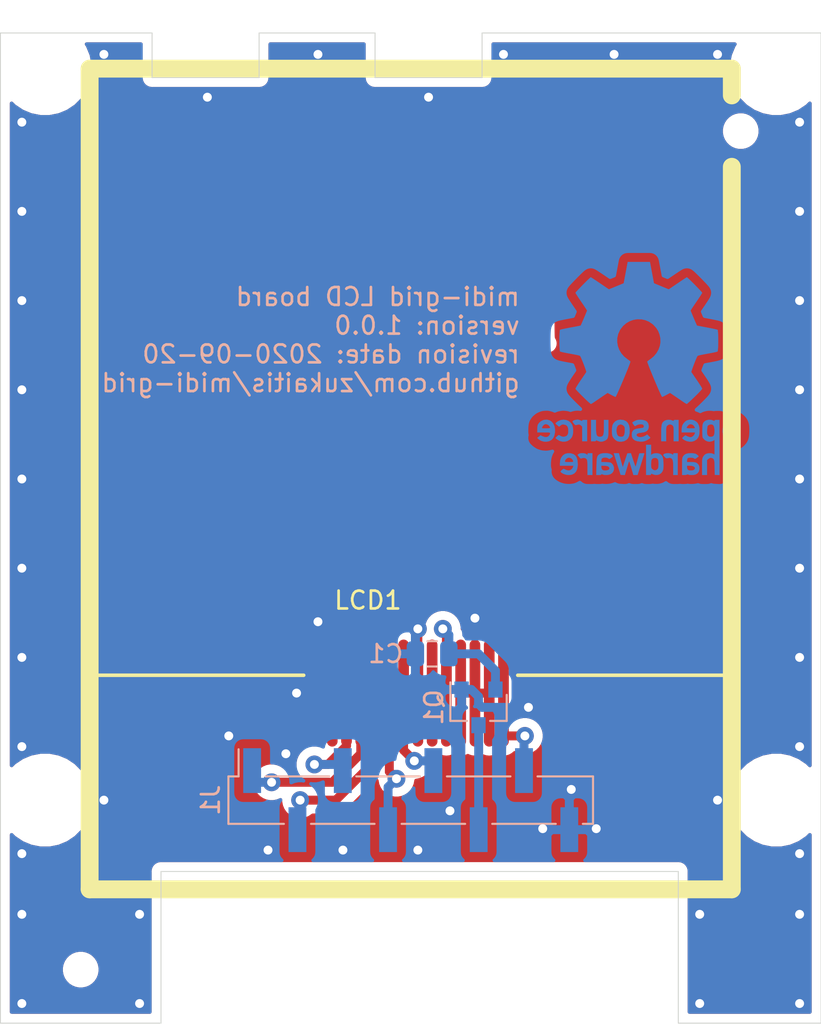
<source format=kicad_pcb>
(kicad_pcb (version 20171130) (host pcbnew 5.1.6-c6e7f7d~87~ubuntu20.04.1)
  (layers (0 F.Cu signal) (31 B.Cu signal) (34 B.Paste user) (35 F.Paste user) (36 B.SilkS user) (37 F.SilkS user) (38 B.Mask user) (39 F.Mask user) (44 Edge.Cuts user))
  (net 0 "")
  (net 1 /RESET)
  (net 2 /DC)
  (net 3 /SCLK)
  (net 4 /LED)
  (net 5 /CS)
  (net 6 /MOSI)
  (net 7 +3V3)
  (net 8 GND)
  (net 9 "Net-(J1-Pad6)")
  (module MountingHole:MountingHole_2.2mm_M2 (layer F.Cu) (at 176 75)
    (fp_text reference H2 hide)
    (fp_text value MountingHole hide)
    (pad 1 np_thru_hole circle (at 0 0) (size 2.2 2.2) (drill 2.2) (layers *.Cu *.Mask))
  )
  (module MountingHole:MountingHole_2.2mm_M2 (layer F.Cu) (at 135 75)
    (fp_text reference H1 hide)
    (fp_text value MountingHole hide)
    (pad 1 np_thru_hole circle (at 0 0) (size 2.2 2.2) (drill 2.2) (layers *.Cu *.Mask))
  )
  (module project_library:BL22019 (layer F.Cu) (at 155.5 100.5)
    (fp_text reference LCD1 (at -2.4 4.3) (layer F.SilkS))
    (fp_text value BL22019)
    (pad "" np_thru_hole circle (at -18.5 25) (size 1 1) (drill 1) (layers *.Cu *.Mask) (clearance 0.5))
    (pad 14 smd oval (at 5.2 9.5) (size 0.6 6) (layers F.Cu F.Paste F.Mask) (net 4 /LED))
    (pad 13 smd oval (at 4.4 9.5) (size 0.6 6) (layers F.Cu F.Paste F.Mask) (net 4 /LED))
    (pad 12 smd oval (at 3.6 9.5) (size 0.6 6) (layers F.Cu F.Paste F.Mask) (net 4 /LED))
    (pad 11 smd oval (at 2.8 9.5) (size 0.6 6) (layers F.Cu F.Paste F.Mask) (net 4 /LED))
    (pad 10 smd oval (at 2 9.5) (size 0.6 6) (layers F.Cu F.Paste F.Mask) (net 7 +3V3))
    (pad 9 smd oval (at 1.2 9.5) (size 0.6 6) (layers F.Cu F.Paste F.Mask) (net 7 +3V3))
    (pad 8 smd oval (at 0.4 9.5) (size 0.6 6) (layers F.Cu F.Paste F.Mask) (net 8 GND))
    (pad 7 smd oval (at -0.4 9.5) (size 0.6 6) (layers F.Cu F.Paste F.Mask) (net 3 /SCLK))
    (pad 6 smd oval (at -1.2 9.5) (size 0.6 6) (layers F.Cu F.Paste F.Mask) (net 6 /MOSI))
    (pad 5 smd oval (at -2 9.5) (size 0.6 6) (layers F.Cu F.Paste F.Mask) (net 5 /CS))
    (pad 4 smd oval (at -2.8 9.5) (size 0.6 6) (layers F.Cu F.Paste F.Mask) (net 1 /RESET))
    (pad 3 smd oval (at -3.6 9.5) (size 0.6 6) (layers F.Cu F.Paste F.Mask) (net 2 /DC))
    (pad 2 smd oval (at -4.4 9.5) (size 0.6 6) (layers F.Cu F.Paste F.Mask))
    (pad 1 smd rect (at -5.2 9.5) (size 0.6 6) (layers F.Cu F.Paste F.Mask) (net 8 GND))
    (pad "" np_thru_hole circle (at 18.5 -22) (size 1 1) (drill 1) (layers *.Cu *.Mask) (clearance 0.5))
  )
  (module MountingHole:MountingHole_2.2mm_M2 (layer F.Cu) (at 176 116)
    (fp_text reference H3 hide)
    (fp_text value MountingHole hide)
    (pad 1 np_thru_hole circle (at 0 0) (size 2.2 2.2) (drill 2.2) (layers *.Cu *.Mask))
  )
  (module MountingHole:MountingHole_2.2mm_M2 (layer F.Cu) (at 135 116)
    (fp_text reference H4 hide)
    (fp_text value MountingHole hide)
    (pad 1 np_thru_hole circle (at 0 0) (size 2.2 2.2) (drill 2.2) (layers *.Cu *.Mask))
  )
  (module Connector_PinHeader_2.54mm:PinHeader_1x08_P2.54mm_Vertical_SMD_Pin1Left (layer B.Cu) (at 155.5 116 270)
    (fp_text reference J1 (at 0 11.22 90) (layer B.SilkS) (effects (justify mirror)))
    (fp_text value Conn_01x08_Male)
    (pad 1 smd rect (at -1.655 8.89 270) (size 2.51 1) (layers B.Cu B.Paste B.Mask) (net 1 /RESET))
    (pad 3 smd rect (at -1.655 3.81 270) (size 2.51 1) (layers B.Cu B.Paste B.Mask) (net 2 /DC))
    (pad 5 smd rect (at -1.655 -1.27 270) (size 2.51 1) (layers B.Cu B.Paste B.Mask) (net 3 /SCLK))
    (pad 7 smd rect (at -1.655 -6.35 270) (size 2.51 1) (layers B.Cu B.Paste B.Mask) (net 4 /LED))
    (pad 2 smd rect (at 1.655 6.35 270) (size 2.51 1) (layers B.Cu B.Paste B.Mask) (net 5 /CS))
    (pad 4 smd rect (at 1.655 1.27 270) (size 2.51 1) (layers B.Cu B.Paste B.Mask) (net 6 /MOSI))
    (pad 6 smd rect (at 1.655 -3.81 270) (size 2.51 1) (layers B.Cu B.Paste B.Mask) (net 9 "Net-(J1-Pad6)"))
    (pad 8 smd rect (at 1.655 -8.89 270) (size 2.51 1) (layers B.Cu B.Paste B.Mask) (net 8 GND))
  )
  (module Capacitor_SMD:C_0805_2012Metric (layer B.Cu) (at 156.7 107.8 180)
    (fp_text reference C1 (at 2.6 0) (layer B.SilkS) (effects (justify mirror)))
    (fp_text value 1uF)
    (pad 1 smd roundrect (at -0.9375 0 180) (size 0.975 1.4) (layers B.Cu B.Paste B.Mask) (net 7 +3V3))
    (pad 2 smd roundrect (at 0.9375 0 180) (size 0.975 1.4) (layers B.Cu B.Paste B.Mask) (net 8 GND))
  )
  (module Package_TO_SOT_SMD:SOT-23 (layer B.Cu) (at 159.3 110.8 270)
    (fp_text reference Q1 (at 0 2.5 90) (layer B.SilkS) (effects (justify mirror)))
    (fp_text value BSS84)
    (pad 1 smd rect (at -1 0.95 270) (size 0.9 0.8) (layers B.Cu B.Paste B.Mask) (net 8 GND))
    (pad 2 smd rect (at -1 -0.95 270) (size 0.9 0.8) (layers B.Cu B.Paste B.Mask) (net 7 +3V3))
    (pad 3 smd rect (at 1 0 270) (size 0.9 0.8) (layers B.Cu B.Paste B.Mask) (net 9 "Net-(J1-Pad6)"))
  )
  (module Symbol:OSHW-Logo_11.4x12mm_Copper (layer B.Cu) (at 168.3 91.8 180)
    (fp_text reference LOGO1 hide)
    (fp_text value "OSHW logo" hide)
    (fp_poly (pts (xy -3.780091 -2.90956) (xy -3.727588 -2.935499) (xy -3.662842 -2.9807) (xy -3.615653 -3.029991) (xy -3.583335 -3.091885) (xy -3.563203 -3.174896) (xy -3.55257 -3.287538) (xy -3.548753 -3.438324) (xy -3.54853 -3.503149) (xy -3.549182 -3.645221) (xy -3.551888 -3.746757) (xy -3.557776 -3.817015) (xy -3.567973 -3.865256) (xy -3.583606 -3.900738) (xy -3.599872 -3.924943) (xy -3.703705 -4.027929) (xy -3.825979 -4.089874) (xy -3.957886 -4.108506) (xy -4.090616 -4.081549) (xy -4.132667 -4.062486) (xy -4.233334 -4.010015) (xy -4.233334 -4.832259) (xy -4.159865 -4.794267) (xy -4.063059 -4.764872) (xy -3.944072 -4.757342) (xy -3.825255 -4.771245) (xy -3.735527 -4.802476) (xy -3.661101 -4.861954) (xy -3.59751 -4.947066) (xy -3.592729 -4.955805) (xy -3.572563 -4.996966) (xy -3.557835 -5.038454) (xy -3.547697 -5.088713) (xy -3.541301 -5.156184) (xy -3.537799 -5.249309) (xy -3.536342 -5.376531) (xy -3.536079 -5.519701) (xy -3.536079 -5.976471) (xy -3.81 -5.976471) (xy -3.81 -5.134231) (xy -3.886617 -5.069763) (xy -3.966207 -5.018194) (xy -4.041578 -5.008818) (xy -4.117367 -5.032947) (xy -4.157759 -5.056574) (xy -4.187821 -5.090227) (xy -4.209203 -5.141087) (xy -4.22355 -5.216334) (xy -4.23251 -5.323146) (xy -4.23773 -5.468704) (xy -4.239569 -5.565588) (xy -4.245785 -5.96402) (xy -4.37652 -5.971547) (xy -4.507255 -5.979073) (xy -4.507255 -3.506582) (xy -4.233334 -3.506582) (xy -4.22635 -3.644423) (xy -4.202818 -3.740107) (xy -4.158865 -3.799641) (xy -4.090618 -3.829029) (xy -4.021667 -3.834902) (xy -3.943614 -3.828154) (xy -3.891811 -3.801594) (xy -3.859417 -3.766499) (xy -3.833916 -3.728752) (xy -3.818735 -3.6867) (xy -3.811981 -3.627779) (xy -3.811759 -3.539428) (xy -3.814032 -3.465448) (xy -3.819251 -3.354) (xy -3.827021 -3.280833) (xy -3.840105 -3.234422) (xy -3.861268 -3.203244) (xy -3.88124 -3.185223) (xy -3.964686 -3.145925) (xy -4.063449 -3.139579) (xy -4.120159 -3.153116) (xy -4.176308 -3.201233) (xy -4.213501 -3.294833) (xy -4.231528 -3.433254) (xy -4.233334 -3.506582) (xy -4.507255 -3.506582) (xy -4.507255 -2.888628) (xy -4.370295 -2.888628) (xy -4.288065 -2.891879) (xy -4.24564 -2.903426) (xy -4.233339 -2.925952) (xy -4.233334 -2.92662) (xy -4.227626 -2.948681) (xy -4.202453 -2.946176) (xy -4.152402 -2.921935) (xy -4.035781 -2.884851) (xy -3.904571 -2.880953) (xy -3.780091 -2.90956)) (layer B.Cu) (width 0.01))
    (fp_poly (pts (xy -2.74128 -4.765922) (xy -2.62413 -4.79718) (xy -2.534949 -4.853837) (xy -2.472016 -4.928045) (xy -2.452452 -4.959716) (xy -2.438008 -4.992891) (xy -2.427911 -5.035329) (xy -2.421385 -5.094788) (xy -2.417658 -5.179029) (xy -2.415954 -5.29581) (xy -2.4155 -5.45289) (xy -2.415491 -5.494565) (xy -2.415491 -5.976471) (xy -2.53502 -5.976471) (xy -2.611261 -5.971131) (xy -2.667634 -5.957604) (xy -2.681758 -5.949262) (xy -2.72037 -5.934864) (xy -2.759808 -5.949262) (xy -2.824738 -5.967237) (xy -2.919055 -5.974472) (xy -3.023593 -5.971333) (xy -3.119189 -5.958186) (xy -3.175 -5.941318) (xy -3.283002 -5.871986) (xy -3.350497 -5.775772) (xy -3.380841 -5.647844) (xy -3.381123 -5.644559) (xy -3.37846 -5.587808) (xy -3.137647 -5.587808) (xy -3.116595 -5.652358) (xy -3.082303 -5.688686) (xy -3.013468 -5.716162) (xy -2.92261 -5.727129) (xy -2.829958 -5.721731) (xy -2.755744 -5.70011) (xy -2.734951 -5.686239) (xy -2.698619 -5.622143) (xy -2.689412 -5.549278) (xy -2.689412 -5.45353) (xy -2.827173 -5.45353) (xy -2.958047 -5.463605) (xy -3.057259 -5.492148) (xy -3.118977 -5.536639) (xy -3.137647 -5.587808) (xy -3.37846 -5.587808) (xy -3.374564 -5.50479) (xy -3.328466 -5.394282) (xy -3.2418 -5.310712) (xy -3.229821 -5.30311) (xy -3.178345 -5.278357) (xy -3.114632 -5.263368) (xy -3.025565 -5.256082) (xy -2.919755 -5.254407) (xy -2.689412 -5.254314) (xy -2.689412 -5.157755) (xy -2.699183 -5.082836) (xy -2.724116 -5.032644) (xy -2.727035 -5.029972) (xy -2.782519 -5.008015) (xy -2.866273 -4.999505) (xy -2.958833 -5.003687) (xy -3.04073 -5.019809) (xy -3.089327 -5.04399) (xy -3.115659 -5.063359) (xy -3.143465 -5.067057) (xy -3.181839 -5.051188) (xy -3.239875 -5.011855) (xy -3.326669 -4.945164) (xy -3.334635 -4.938916) (xy -3.330553 -4.9158) (xy -3.296499 -4.877352) (xy -3.24474 -4.834627) (xy -3.187545 -4.798679) (xy -3.169575 -4.790191) (xy -3.104028 -4.773252) (xy -3.00798 -4.76117) (xy -2.900671 -4.756323) (xy -2.895653 -4.756313) (xy -2.74128 -4.765922)) (layer B.Cu) (width 0.01))
    (fp_poly (pts (xy -1.967236 -4.758921) (xy -1.92997 -4.770091) (xy -1.917957 -4.794633) (xy -1.917451 -4.805712) (xy -1.915296 -4.836572) (xy -1.900449 -4.841417) (xy -1.860343 -4.82026) (xy -1.83652 -4.805806) (xy -1.761362 -4.77485) (xy -1.671594 -4.759544) (xy -1.577471 -4.758367) (xy -1.489246 -4.769799) (xy -1.417174 -4.79232) (xy -1.371508 -4.824409) (xy -1.362502 -4.864545) (xy -1.367047 -4.875415) (xy -1.400179 -4.920534) (xy -1.451555 -4.976026) (xy -1.460848 -4.984996) (xy -1.509818 -5.026245) (xy -1.552069 -5.039572) (xy -1.611159 -5.030271) (xy -1.634831 -5.02409) (xy -1.708496 -5.009246) (xy -1.76029 -5.015921) (xy -1.804031 -5.039465) (xy -1.844098 -5.071061) (xy -1.873608 -5.110798) (xy -1.894116 -5.166252) (xy -1.907176 -5.245003) (xy -1.914344 -5.354629) (xy -1.917176 -5.502706) (xy -1.917451 -5.592111) (xy -1.917451 -5.976471) (xy -2.166471 -5.976471) (xy -2.166471 -4.756275) (xy -2.041961 -4.756275) (xy -1.967236 -4.758921)) (layer B.Cu) (width 0.01))
    (fp_poly (pts (xy -0.398432 -5.976471) (xy -0.535393 -5.976471) (xy -0.614889 -5.97414) (xy -0.656292 -5.964488) (xy -0.671199 -5.943525) (xy -0.672353 -5.929351) (xy -0.674867 -5.900927) (xy -0.69072 -5.895475) (xy -0.732379 -5.912998) (xy -0.764776 -5.929351) (xy -0.889151 -5.968103) (xy -1.024354 -5.970346) (xy -1.134274 -5.941444) (xy -1.236634 -5.871619) (xy -1.31466 -5.768555) (xy -1.357386 -5.646989) (xy -1.358474 -5.640192) (xy -1.364822 -5.566032) (xy -1.367979 -5.45957) (xy -1.367725 -5.379052) (xy -1.095711 -5.379052) (xy -1.08941 -5.48607) (xy -1.075075 -5.574278) (xy -1.055669 -5.62409) (xy -0.982254 -5.692162) (xy -0.895086 -5.716564) (xy -0.805196 -5.696831) (xy -0.728383 -5.637968) (xy -0.699292 -5.598379) (xy -0.682283 -5.551138) (xy -0.674316 -5.482181) (xy -0.672353 -5.378607) (xy -0.675866 -5.276039) (xy -0.685143 -5.185921) (xy -0.698294 -5.125613) (xy -0.700486 -5.120208) (xy -0.753522 -5.05594) (xy -0.830933 -5.020656) (xy -0.917546 -5.014959) (xy -0.998193 -5.039453) (xy -1.057703 -5.094742) (xy -1.063876 -5.105743) (xy -1.083199 -5.172827) (xy -1.093726 -5.269284) (xy -1.095711 -5.379052) (xy -1.367725 -5.379052) (xy -1.367596 -5.338225) (xy -1.365806 -5.272918) (xy -1.353627 -5.111355) (xy -1.328315 -4.990053) (xy -1.286207 -4.900379) (xy -1.223641 -4.833699) (xy -1.1629 -4.794557) (xy -1.078036 -4.76704) (xy -0.972485 -4.757603) (xy -0.864402 -4.76529) (xy -0.771942 -4.789146) (xy -0.72309 -4.817685) (xy -0.672353 -4.863601) (xy -0.672353 -4.283137) (xy -0.398432 -4.283137) (xy -0.398432 -5.976471)) (layer B.Cu) (width 0.01))
    (fp_poly (pts (xy 0.557528 -4.761332) (xy 0.656014 -4.768726) (xy 0.784776 -5.154706) (xy 0.913537 -5.540686) (xy 0.953911 -5.403726) (xy 0.978207 -5.319083) (xy 1.010167 -5.204697) (xy 1.044679 -5.078963) (xy 1.062928 -5.01152) (xy 1.131571 -4.756275) (xy 1.414773 -4.756275) (xy 1.330122 -5.023971) (xy 1.288435 -5.155638) (xy 1.238074 -5.314458) (xy 1.185481 -5.480128) (xy 1.13853 -5.627843) (xy 1.031589 -5.96402) (xy 0.800661 -5.979044) (xy 0.73805 -5.772316) (xy 0.699438 -5.643896) (xy 0.6573 -5.502322) (xy 0.620472 -5.377285) (xy 0.619018 -5.372309) (xy 0.591511 -5.287586) (xy 0.567242 -5.229778) (xy 0.550243 -5.207918) (xy 0.54675 -5.210446) (xy 0.53449 -5.244336) (xy 0.511195 -5.31693) (xy 0.4797 -5.419101) (xy 0.442842 -5.54172) (xy 0.422899 -5.609167) (xy 0.314895 -5.976471) (xy 0.085679 -5.976471) (xy -0.097561 -5.3975) (xy -0.149037 -5.235091) (xy -0.19593 -5.087602) (xy -0.236023 -4.96196) (xy -0.267103 -4.865095) (xy -0.286955 -4.803934) (xy -0.292989 -4.786065) (xy -0.288212 -4.767768) (xy -0.250703 -4.759755) (xy -0.172645 -4.760557) (xy -0.160426 -4.761163) (xy -0.015674 -4.768726) (xy 0.07913 -5.117353) (xy 0.113977 -5.244497) (xy 0.145117 -5.356265) (xy 0.169809 -5.442953) (xy 0.185312 -5.494856) (xy 0.188176 -5.503318) (xy 0.200046 -5.493587) (xy 0.223983 -5.443172) (xy 0.257239 -5.358935) (xy 0.297064 -5.247741) (xy 0.33073 -5.147297) (xy 0.459041 -4.753939) (xy 0.557528 -4.761332)) (layer B.Cu) (width 0.01))
    (fp_poly (pts (xy 2.056459 -4.763669) (xy 2.16142 -4.789163) (xy 2.191761 -4.802669) (xy 2.250573 -4.838046) (xy 2.295709 -4.87789) (xy 2.329106 -4.92912) (xy 2.352701 -4.998654) (xy 2.368433 -5.093409) (xy 2.378239 -5.220305) (xy 2.384057 -5.386258) (xy 2.386266 -5.497108) (xy 2.394396 -5.976471) (xy 2.255531 -5.976471) (xy 2.171287 -5.972938) (xy 2.127884 -5.960866) (xy 2.116666 -5.940594) (xy 2.110744 -5.918674) (xy 2.084266 -5.922865) (xy 2.048186 -5.940441) (xy 1.957862 -5.967382) (xy 1.841777 -5.974642) (xy 1.71968 -5.962767) (xy 1.611321 -5.932305) (xy 1.601602 -5.928077) (xy 1.502568 -5.858505) (xy 1.437281 -5.761789) (xy 1.40724 -5.648738) (xy 1.409535 -5.608122) (xy 1.654633 -5.608122) (xy 1.676229 -5.662782) (xy 1.740259 -5.701952) (xy 1.843565 -5.722974) (xy 1.898774 -5.725766) (xy 1.990782 -5.71862) (xy 2.051941 -5.690848) (xy 2.066862 -5.677647) (xy 2.107287 -5.605829) (xy 2.116666 -5.540686) (xy 2.116666 -5.45353) (xy 1.995269 -5.45353) (xy 1.854153 -5.460722) (xy 1.755173 -5.483345) (xy 1.692633 -5.522964) (xy 1.678631 -5.540628) (xy 1.654633 -5.608122) (xy 1.409535 -5.608122) (xy 1.413941 -5.530157) (xy 1.45888 -5.416855) (xy 1.520196 -5.340285) (xy 1.557332 -5.307181) (xy 1.593687 -5.285425) (xy 1.64099 -5.272161) (xy 1.710973 -5.264528) (xy 1.815364 -5.25967) (xy 1.85677 -5.258273) (xy 2.116666 -5.24978) (xy 2.116285 -5.171116) (xy 2.106219 -5.088428) (xy 2.069829 -5.038431) (xy 1.996311 -5.006489) (xy 1.994339 -5.00592) (xy 1.890105 -4.993361) (xy 1.788108 -5.009766) (xy 1.712305 -5.049657) (xy 1.68189 -5.069354) (xy 1.649132 -5.066629) (xy 1.598721 -5.038091) (xy 1.569119 -5.01795) (xy 1.511218 -4.974919) (xy 1.475352 -4.942662) (xy 1.469597 -4.933427) (xy 1.493295 -4.885636) (xy 1.563313 -4.828562) (xy 1.593725 -4.809305) (xy 1.681155 -4.77614) (xy 1.798983 -4.75735) (xy 1.929866 -4.753129) (xy 2.056459 -4.763669)) (layer B.Cu) (width 0.01))
    (fp_poly (pts (xy 3.238446 -4.755883) (xy 3.334177 -4.774755) (xy 3.388677 -4.802699) (xy 3.446008 -4.849123) (xy 3.364441 -4.952111) (xy 3.31415 -5.014479) (xy 3.280001 -5.044907) (xy 3.246063 -5.049555) (xy 3.196406 -5.034586) (xy 3.173096 -5.026117) (xy 3.078063 -5.013622) (xy 2.991032 -5.040406) (xy 2.927138 -5.100915) (xy 2.916759 -5.120208) (xy 2.905456 -5.171314) (xy 2.896732 -5.2655) (xy 2.890997 -5.396089) (xy 2.88866 -5.556405) (xy 2.888627 -5.579211) (xy 2.888627 -5.976471) (xy 2.614705 -5.976471) (xy 2.614705 -4.756275) (xy 2.751666 -4.756275) (xy 2.830638 -4.758337) (xy 2.871779 -4.767513) (xy 2.886992 -4.78829) (xy 2.888627 -4.807886) (xy 2.888627 -4.859497) (xy 2.95424 -4.807886) (xy 3.029475 -4.772675) (xy 3.130544 -4.755265) (xy 3.238446 -4.755883)) (layer B.Cu) (width 0.01))
    (fp_poly (pts (xy 4.025307 -4.762784) (xy 4.144337 -4.793731) (xy 4.244021 -4.8576) (xy 4.292288 -4.905313) (xy 4.371408 -5.018106) (xy 4.416752 -5.14895) (xy 4.43233 -5.309792) (xy 4.43241 -5.322794) (xy 4.432549 -5.45353) (xy 3.680091 -5.45353) (xy 3.69613 -5.52201) (xy 3.725091 -5.584031) (xy 3.775778 -5.648654) (xy 3.786379 -5.658971) (xy 3.877494 -5.714805) (xy 3.9814 -5.724275) (xy 4.101 -5.68754) (xy 4.121274 -5.677647) (xy 4.183456 -5.647574) (xy 4.225106 -5.63044) (xy 4.232373 -5.628855) (xy 4.25774 -5.644242) (xy 4.30612 -5.681887) (xy 4.330679 -5.702459) (xy 4.38157 -5.749714) (xy 4.398281 -5.780917) (xy 4.386683 -5.80962) (xy 4.380483 -5.817468) (xy 4.338493 -5.851819) (xy 4.269206 -5.893565) (xy 4.220882 -5.917935) (xy 4.083711 -5.960873) (xy 3.931847 -5.974786) (xy 3.788024 -5.9583) (xy 3.747745 -5.946496) (xy 3.623078 -5.879689) (xy 3.530671 -5.776892) (xy 3.46999 -5.637105) (xy 3.440498 -5.45933) (xy 3.43726 -5.366373) (xy 3.446714 -5.231033) (xy 3.68549 -5.231033) (xy 3.708584 -5.241038) (xy 3.770662 -5.248888) (xy 3.860914 -5.253521) (xy 3.922058 -5.254314) (xy 4.03204 -5.253549) (xy 4.101457 -5.24997) (xy 4.139538 -5.241649) (xy 4.155515 -5.226657) (xy 4.158627 -5.204903) (xy 4.137278 -5.137892) (xy 4.083529 -5.071664) (xy 4.012822 -5.020832) (xy 3.942089 -5.000038) (xy 3.846016 -5.018484) (xy 3.762849 -5.071811) (xy 3.705186 -5.148677) (xy 3.68549 -5.231033) (xy 3.446714 -5.231033) (xy 3.451028 -5.169291) (xy 3.49352 -5.012271) (xy 3.565635 -4.894069) (xy 3.668273 -4.81344) (xy 3.802332 -4.769139) (xy 3.874957 -4.760607) (xy 4.025307 -4.762784)) (layer B.Cu) (width 0.01))
    (fp_poly (pts (xy -5.026753 -2.901568) (xy -4.896478 -2.959163) (xy -4.797581 -3.055334) (xy -4.729918 -3.190229) (xy -4.693345 -3.363996) (xy -4.690724 -3.391126) (xy -4.68867 -3.582408) (xy -4.715301 -3.750073) (xy -4.768999 -3.885967) (xy -4.797753 -3.929681) (xy -4.897909 -4.022198) (xy -5.025463 -4.082119) (xy -5.168163 -4.106985) (xy -5.31376 -4.094339) (xy -5.424438 -4.055391) (xy -5.519616 -3.989755) (xy -5.597406 -3.903699) (xy -5.598751 -3.901685) (xy -5.630343 -3.84857) (xy -5.650873 -3.79516) (xy -5.663305 -3.727754) (xy -5.670603 -3.632653) (xy -5.673818 -3.554666) (xy -5.675156 -3.483944) (xy -5.426186 -3.483944) (xy -5.423753 -3.554348) (xy -5.41492 -3.648068) (xy -5.399336 -3.708214) (xy -5.371234 -3.751006) (xy -5.344914 -3.776002) (xy -5.251608 -3.828338) (xy -5.15398 -3.835333) (xy -5.063058 -3.797676) (xy -5.017598 -3.755479) (xy -4.984838 -3.712956) (xy -4.965677 -3.672267) (xy -4.957267 -3.619314) (xy -4.956763 -3.539997) (xy -4.959355 -3.46695) (xy -4.964929 -3.362601) (xy -4.973766 -3.29492) (xy -4.989693 -3.250774) (xy -5.016538 -3.217031) (xy -5.037811 -3.197746) (xy -5.126794 -3.147086) (xy -5.222789 -3.14456) (xy -5.303281 -3.174567) (xy -5.371947 -3.237231) (xy -5.412856 -3.340168) (xy -5.426186 -3.483944) (xy -5.675156 -3.483944) (xy -5.676754 -3.399582) (xy -5.67174 -3.2836) (xy -5.656717 -3.196367) (xy -5.629624 -3.12753) (xy -5.5884 -3.066737) (xy -5.573115 -3.048686) (xy -5.477546 -2.958746) (xy -5.375039 -2.906211) (xy -5.249679 -2.884201) (xy -5.18855 -2.882402) (xy -5.026753 -2.901568)) (layer B.Cu) (width 0.01))
    (fp_poly (pts (xy -2.686796 -2.916354) (xy -2.661981 -2.928037) (xy -2.576094 -2.990951) (xy -2.494879 -3.082769) (xy -2.434236 -3.183868) (xy -2.416988 -3.230349) (xy -2.401251 -3.313376) (xy -2.391867 -3.413713) (xy -2.390728 -3.455147) (xy -2.390589 -3.585882) (xy -3.143047 -3.585882) (xy -3.127007 -3.654363) (xy -3.087637 -3.735355) (xy -3.018806 -3.805351) (xy -2.936919 -3.850441) (xy -2.884737 -3.859804) (xy -2.813971 -3.848441) (xy -2.72954 -3.819943) (xy -2.700858 -3.806831) (xy -2.594791 -3.753858) (xy -2.504272 -3.822901) (xy -2.452039 -3.869597) (xy -2.424247 -3.90814) (xy -2.42284 -3.919452) (xy -2.447668 -3.946868) (xy -2.502083 -3.988532) (xy -2.551472 -4.021037) (xy -2.684748 -4.079468) (xy -2.834161 -4.105915) (xy -2.982249 -4.099039) (xy -3.100295 -4.063096) (xy -3.221982 -3.986101) (xy -3.30846 -3.884728) (xy -3.362559 -3.75357) (xy -3.387109 -3.587224) (xy -3.389286 -3.511108) (xy -3.380573 -3.336685) (xy -3.379503 -3.331611) (xy -3.130173 -3.331611) (xy -3.123306 -3.347968) (xy -3.095083 -3.356988) (xy -3.036873 -3.360854) (xy -2.940042 -3.361749) (xy -2.902757 -3.361765) (xy -2.789317 -3.360413) (xy -2.717378 -3.355505) (xy -2.678687 -3.34576) (xy -2.664995 -3.329899) (xy -2.66451 -3.324805) (xy -2.680137 -3.284326) (xy -2.719247 -3.227621) (xy -2.736061 -3.207766) (xy -2.798481 -3.151611) (xy -2.863547 -3.129532) (xy -2.898603 -3.127686) (xy -2.993442 -3.150766) (xy -3.072973 -3.212759) (xy -3.123423 -3.302802) (xy -3.124317 -3.305735) (xy -3.130173 -3.331611) (xy -3.379503 -3.331611) (xy -3.351601 -3.199343) (xy -3.29941 -3.089461) (xy -3.235579 -3.011461) (xy -3.117567 -2.926882) (xy -2.978842 -2.881686) (xy -2.83129 -2.8776) (xy -2.686796 -2.916354)) (layer B.Cu) (width 0.01))
    (fp_poly (pts (xy 0.027759 -2.884345) (xy 0.122059 -2.902229) (xy 0.21989 -2.939633) (xy 0.230343 -2.944402) (xy 0.304531 -2.983412) (xy 0.35591 -3.019664) (xy 0.372517 -3.042887) (xy 0.356702 -3.080761) (xy 0.318288 -3.136644) (xy 0.301237 -3.157505) (xy 0.230969 -3.239618) (xy 0.140379 -3.186168) (xy 0.054164 -3.150561) (xy -0.045451 -3.131529) (xy -0.140981 -3.130326) (xy -0.214939 -3.14821) (xy -0.232688 -3.159373) (xy -0.266488 -3.210553) (xy -0.270596 -3.269509) (xy -0.245304 -3.315567) (xy -0.230344 -3.324499) (xy -0.185514 -3.335592) (xy -0.106714 -3.34863) (xy -0.009574 -3.361088) (xy 0.008346 -3.363042) (xy 0.164365 -3.39003) (xy 0.277523 -3.435873) (xy 0.352569 -3.504803) (xy 0.394253 -3.601054) (xy 0.407238 -3.718617) (xy 0.389299 -3.852254) (xy 0.33105 -3.957195) (xy 0.232255 -4.03363) (xy 0.092682 -4.081748) (xy -0.062255 -4.100732) (xy -0.188602 -4.100504) (xy -0.291087 -4.083262) (xy -0.361079 -4.059457) (xy -0.449517 -4.017978) (xy -0.531246 -3.969842) (xy -0.560295 -3.948655) (xy -0.635 -3.887676) (xy -0.544902 -3.796508) (xy -0.454804 -3.705339) (xy -0.352368 -3.773128) (xy -0.249626 -3.824042) (xy -0.139913 -3.850673) (xy -0.034449 -3.853483) (xy 0.055546 -3.832935) (xy 0.118854 -3.789493) (xy 0.139296 -3.752838) (xy 0.136229 -3.694053) (xy 0.085434 -3.649099) (xy -0.012952 -3.618057) (xy -0.120744 -3.60371) (xy -0.286635 -3.576337) (xy -0.409876 -3.524693) (xy -0.492114 -3.447266) (xy -0.534999 -3.342544) (xy -0.54094 -3.218387) (xy -0.511594 -3.088702) (xy -0.444691 -2.990677) (xy -0.339629 -2.923866) (xy -0.19581 -2.88782) (xy -0.089262 -2.880754) (xy 0.027759 -2.884345)) (layer B.Cu) (width 0.01))
    (fp_poly (pts (xy 1.209547 -2.903364) (xy 1.335502 -2.971959) (xy 1.434047 -3.080245) (xy 1.480478 -3.168315) (xy 1.500412 -3.246101) (xy 1.513328 -3.356993) (xy 1.518863 -3.484738) (xy 1.516654 -3.613084) (xy 1.506337 -3.725779) (xy 1.494286 -3.785969) (xy 1.453634 -3.868311) (xy 1.38323 -3.95577) (xy 1.298382 -4.032251) (xy 1.214397 -4.081655) (xy 1.212349 -4.082439) (xy 1.108134 -4.104027) (xy 0.984627 -4.104562) (xy 0.867261 -4.084908) (xy 0.821942 -4.069155) (xy 0.70522 -4.002966) (xy 0.621624 -3.916246) (xy 0.566701 -3.801438) (xy 0.535995 -3.650982) (xy 0.529047 -3.572173) (xy 0.529933 -3.473145) (xy 0.796862 -3.473145) (xy 0.805854 -3.617645) (xy 0.831736 -3.72776) (xy 0.872868 -3.798116) (xy 0.902172 -3.818235) (xy 0.977251 -3.832265) (xy 1.066494 -3.828111) (xy 1.14365 -3.807922) (xy 1.163883 -3.796815) (xy 1.217265 -3.732123) (xy 1.2525 -3.633119) (xy 1.267498 -3.512632) (xy 1.260172 -3.383494) (xy 1.243799 -3.305775) (xy 1.19679 -3.215771) (xy 1.122582 -3.159509) (xy 1.033209 -3.140057) (xy 0.940707 -3.160481) (xy 0.869653 -3.210437) (xy 0.832312 -3.251655) (xy 0.810518 -3.292281) (xy 0.80013 -3.347264) (xy 0.797006 -3.431549) (xy 0.796862 -3.473145) (xy 0.529933 -3.473145) (xy 0.53093 -3.361874) (xy 0.56518 -3.189423) (xy 0.631802 -3.054814) (xy 0.730799 -2.95804) (xy 0.862175 -2.899094) (xy 0.890385 -2.892259) (xy 1.059926 -2.876213) (xy 1.209547 -2.903364)) (layer B.Cu) (width 0.01))
    (fp_poly (pts (xy 1.967254 -3.276245) (xy 1.969608 -3.458879) (xy 1.978207 -3.5976) (xy 1.99536 -3.698147) (xy 2.023374 -3.766254) (xy 2.064557 -3.807659) (xy 2.121217 -3.828097) (xy 2.191372 -3.833318) (xy 2.264848 -3.827468) (xy 2.320657 -3.806093) (xy 2.361109 -3.763458) (xy 2.388509 -3.693825) (xy 2.405167 -3.59146) (xy 2.413389 -3.450624) (xy 2.41549 -3.276245) (xy 2.41549 -2.888628) (xy 2.689411 -2.888628) (xy 2.689411 -4.083922) (xy 2.552451 -4.083922) (xy 2.469884 -4.080576) (xy 2.427368 -4.068826) (xy 2.41549 -4.04652) (xy 2.408336 -4.026654) (xy 2.379865 -4.030857) (xy 2.322476 -4.058971) (xy 2.190945 -4.102342) (xy 2.051438 -4.09927) (xy 1.917765 -4.052174) (xy 1.854108 -4.014971) (xy 1.805553 -3.974691) (xy 1.770081 -3.924291) (xy 1.745674 -3.856729) (xy 1.730313 -3.764965) (xy 1.721982 -3.641955) (xy 1.718662 -3.480659) (xy 1.718235 -3.355928) (xy 1.718235 -2.888628) (xy 1.967254 -2.888628) (xy 1.967254 -3.276245)) (layer B.Cu) (width 0.01))
    (fp_poly (pts (xy 4.390976 -2.899056) (xy 4.535256 -2.960348) (xy 4.580699 -2.990185) (xy 4.638779 -3.036036) (xy 4.675238 -3.072089) (xy 4.681568 -3.083832) (xy 4.663693 -3.109889) (xy 4.61795 -3.154105) (xy 4.581328 -3.184965) (xy 4.481088 -3.26552) (xy 4.401935 -3.198918) (xy 4.340769 -3.155921) (xy 4.281129 -3.141079) (xy 4.212872 -3.144704) (xy 4.104482 -3.171652) (xy 4.029872 -3.227587) (xy 3.98453 -3.318014) (xy 3.963947 -3.448435) (xy 3.963942 -3.448517) (xy 3.965722 -3.59429) (xy 3.993387 -3.701245) (xy 4.048571 -3.774064) (xy 4.086192 -3.798723) (xy 4.186105 -3.829431) (xy 4.292822 -3.829449) (xy 4.385669 -3.799655) (xy 4.407647 -3.785098) (xy 4.462765 -3.747914) (xy 4.505859 -3.74182) (xy 4.552335 -3.769496) (xy 4.603716 -3.819205) (xy 4.685046 -3.903116) (xy 4.594749 -3.977546) (xy 4.455236 -4.061549) (xy 4.297912 -4.102947) (xy 4.133503 -4.09995) (xy 4.025531 -4.0725) (xy 3.899331 -4.00462) (xy 3.798401 -3.897831) (xy 3.752548 -3.822451) (xy 3.71541 -3.714297) (xy 3.696827 -3.577318) (xy 3.696684 -3.428864) (xy 3.714865 -3.286281) (xy 3.751255 -3.166918) (xy 3.756987 -3.15468) (xy 3.841865 -3.034655) (xy 3.956782 -2.947267) (xy 4.092659 -2.894329) (xy 4.240417 -2.877654) (xy 4.390976 -2.899056)) (layer B.Cu) (width 0.01))
    (fp_poly (pts (xy 5.303287 -2.884355) (xy 5.367051 -2.899845) (xy 5.4893 -2.956569) (xy 5.593834 -3.043202) (xy 5.66618 -3.147074) (xy 5.676119 -3.170396) (xy 5.689754 -3.231484) (xy 5.699298 -3.321853) (xy 5.702549 -3.41319) (xy 5.702549 -3.585882) (xy 5.34147 -3.585882) (xy 5.192546 -3.586445) (xy 5.087632 -3.589864) (xy 5.020937 -3.598731) (xy 4.986666 -3.615641) (xy 4.979028 -3.643189) (xy 4.992229 -3.683968) (xy 5.015877 -3.731683) (xy 5.081843 -3.811314) (xy 5.173512 -3.850987) (xy 5.285555 -3.849695) (xy 5.412472 -3.806514) (xy 5.522158 -3.753224) (xy 5.613173 -3.825191) (xy 5.704188 -3.897157) (xy 5.618563 -3.976269) (xy 5.50425 -4.051017) (xy 5.363666 -4.096084) (xy 5.212449 -4.108696) (xy 5.066236 -4.086079) (xy 5.042647 -4.078405) (xy 4.914141 -4.011296) (xy 4.818551 -3.911247) (xy 4.753861 -3.775271) (xy 4.718057 -3.60038) (xy 4.71764 -3.596632) (xy 4.714434 -3.406032) (xy 4.727393 -3.338035) (xy 4.980392 -3.338035) (xy 5.003627 -3.348491) (xy 5.06671 -3.3565) (xy 5.159706 -3.361073) (xy 5.218638 -3.361765) (xy 5.328537 -3.361332) (xy 5.397252 -3.358578) (xy 5.433405 -3.351321) (xy 5.445615 -3.337376) (xy 5.442504 -3.314562) (xy 5.439894 -3.305735) (xy 5.395344 -3.2228) (xy 5.325279 -3.15596) (xy 5.263446 -3.126589) (xy 5.181301 -3.128362) (xy 5.098062 -3.16499) (xy 5.028238 -3.225634) (xy 4.986337 -3.299456) (xy 4.980392 -3.338035) (xy 4.727393 -3.338035) (xy 4.746385 -3.238395) (xy 4.809773 -3.097711) (xy 4.900878 -2.987974) (xy 5.015978 -2.913174) (xy 5.151355 -2.877304) (xy 5.303287 -2.884355)) (layer B.Cu) (width 0.01))
    (fp_poly (pts (xy -1.49324 -2.909199) (xy -1.431264 -2.938802) (xy -1.371241 -2.981561) (xy -1.325514 -3.030775) (xy -1.292207 -3.093544) (xy -1.269445 -3.176971) (xy -1.255353 -3.288159) (xy -1.248058 -3.434209) (xy -1.245682 -3.622223) (xy -1.245645 -3.641912) (xy -1.245098 -4.083922) (xy -1.51902 -4.083922) (xy -1.51902 -3.676435) (xy -1.519215 -3.525471) (xy -1.520564 -3.416056) (xy -1.524212 -3.339933) (xy -1.531304 -3.288848) (xy -1.542987 -3.254545) (xy -1.560406 -3.228768) (xy -1.584671 -3.203298) (xy -1.669565 -3.148571) (xy -1.762239 -3.138416) (xy -1.850527 -3.173017) (xy -1.88123 -3.19877) (xy -1.903771 -3.222982) (xy -1.919954 -3.248912) (xy -1.930832 -3.284708) (xy -1.937458 -3.338519) (xy -1.940885 -3.418493) (xy -1.942166 -3.532779) (xy -1.942353 -3.671907) (xy -1.942353 -4.083922) (xy -2.216275 -4.083922) (xy -2.216275 -2.888628) (xy -2.079314 -2.888628) (xy -1.997084 -2.891879) (xy -1.95466 -2.903426) (xy -1.942359 -2.925952) (xy -1.942353 -2.92662) (xy -1.936646 -2.948681) (xy -1.911473 -2.946177) (xy -1.861422 -2.921937) (xy -1.747906 -2.886271) (xy -1.618055 -2.882305) (xy -1.49324 -2.909199)) (layer B.Cu) (width 0.01))
    (fp_poly (pts (xy 3.563637 -2.887472) (xy 3.64929 -2.913641) (xy 3.704437 -2.946707) (xy 3.722401 -2.972855) (xy 3.717457 -3.003852) (xy 3.685372 -3.052547) (xy 3.658243 -3.087035) (xy 3.602317 -3.149383) (xy 3.560299 -3.175615) (xy 3.52448 -3.173903) (xy 3.418224 -3.146863) (xy 3.340189 -3.148091) (xy 3.27682 -3.178735) (xy 3.255546 -3.19667) (xy 3.187451 -3.259779) (xy 3.187451 -4.083922) (xy 2.913529 -4.083922) (xy 2.913529 -2.888628) (xy 3.05049 -2.888628) (xy 3.132719 -2.891879) (xy 3.175144 -2.903426) (xy 3.187445 -2.925952) (xy 3.187451 -2.92662) (xy 3.19326 -2.950215) (xy 3.219531 -2.947138) (xy 3.255931 -2.930115) (xy 3.331111 -2.898439) (xy 3.392158 -2.879381) (xy 3.470708 -2.874496) (xy 3.563637 -2.887472)) (layer B.Cu) (width 0.01))
    (fp_poly (pts (xy 0.746535 5.366828) (xy 0.859117 4.769637) (xy 1.274531 4.59839) (xy 1.689944 4.427143) (xy 2.188302 4.766022) (xy 2.327868 4.860378) (xy 2.454028 4.944625) (xy 2.560895 5.014917) (xy 2.642582 5.067408) (xy 2.693201 5.098251) (xy 2.706986 5.104902) (xy 2.73182 5.087797) (xy 2.784888 5.040511) (xy 2.86024 4.969083) (xy 2.951929 4.879555) (xy 3.054007 4.777966) (xy 3.160526 4.670357) (xy 3.265536 4.562768) (xy 3.363091 4.46124) (xy 3.447242 4.371814) (xy 3.51204 4.300529) (xy 3.551538 4.253427) (xy 3.56098 4.237663) (xy 3.547391 4.208602) (xy 3.509293 4.144934) (xy 3.450694 4.052888) (xy 3.375597 3.938691) (xy 3.288009 3.808571) (xy 3.237254 3.734354) (xy 3.144745 3.598833) (xy 3.06254 3.476539) (xy 2.99463 3.37356) (xy 2.945 3.295982) (xy 2.91764 3.249894) (xy 2.913529 3.240208) (xy 2.922849 3.212681) (xy 2.948254 3.148527) (xy 2.985911 3.056765) (xy 3.031986 2.946416) (xy 3.082646 2.8265) (xy 3.134059 2.706036) (xy 3.182389 2.594046) (xy 3.223806 2.499548) (xy 3.254474 2.431563) (xy 3.270562 2.399112) (xy 3.271511 2.397835) (xy 3.296772 2.391638) (xy 3.364046 2.377815) (xy 3.46636 2.357723) (xy 3.596741 2.332721) (xy 3.748216 2.304169) (xy 3.836594 2.287704) (xy 3.998452 2.256886) (xy 4.144649 2.227561) (xy 4.267787 2.201334) (xy 4.360469 2.179809) (xy 4.415301 2.16459) (xy 4.426323 2.159762) (xy 4.437119 2.127081) (xy 4.445829 2.05327) (xy 4.45246 1.946963) (xy 4.457018 1.816788) (xy 4.459509 1.671379) (xy 4.459938 1.519365) (xy 4.458311 1.369378) (xy 4.454635 1.230049) (xy 4.448915 1.11001) (xy 4.441158 1.01789) (xy 4.431368 0.962323) (xy 4.425496 0.950755) (xy 4.390399 0.93689) (xy 4.316028 0.917067) (xy 4.212223 0.893616) (xy 4.088819 0.868864) (xy 4.045741 0.860857) (xy 3.838047 0.822814) (xy 3.673984 0.792176) (xy 3.54813 0.767726) (xy 3.455065 0.748246) (xy 3.389367 0.732519) (xy 3.345617 0.719327) (xy 3.318392 0.707451) (xy 3.302272 0.695675) (xy 3.300017 0.693347) (xy 3.277503 0.655855) (xy 3.243158 0.58289) (xy 3.200411 0.483388) (xy 3.152692 0.366282) (xy 3.10343 0.240507) (xy 3.056055 0.114998) (xy 3.013995 -0.00131) (xy 2.98068 -0.099484) (xy 2.959541 -0.170588) (xy 2.954005 -0.205687) (xy 2.954466 -0.206917) (xy 2.973223 -0.235606) (xy 3.015776 -0.29873) (xy 3.077653 -0.389718) (xy 3.154382 -0.502) (xy 3.241491 -0.629005) (xy 3.266299 -0.665098) (xy 3.354753 -0.795948) (xy 3.432588 -0.915336) (xy 3.495566 -1.016407) (xy 3.539445 -1.092304) (xy 3.559985 -1.136172) (xy 3.56098 -1.141562) (xy 3.543722 -1.169889) (xy 3.496036 -1.226006) (xy 3.42405 -1.303882) (xy 3.333897 -1.397485) (xy 3.231705 -1.500786) (xy 3.123606 -1.607751) (xy 3.015728 -1.712351) (xy 2.914204 -1.808554) (xy 2.825162 -1.890329) (xy 2.754733 -1.951645) (xy 2.709047 -1.986471) (xy 2.696409 -1.992157) (xy 2.666991 -1.978765) (xy 2.606761 -1.942644) (xy 2.52553 -1.889881) (xy 2.46303 -1.847412) (xy 2.349785 -1.769485) (xy 2.215674 -1.677729) (xy 2.081155 -1.58612) (xy 2.008833 -1.537091) (xy 1.764038 -1.371515) (xy 1.558551 -1.48262) (xy 1.464936 -1.531293) (xy 1.38533 -1.569126) (xy 1.331467 -1.590703) (xy 1.317757 -1.593706) (xy 1.30127 -1.571538) (xy 1.268745 -1.508894) (xy 1.222609 -1.411554) (xy 1.16529 -1.285294) (xy 1.099216 -1.135895) (xy 1.026815 -0.969133) (xy 0.950516 -0.790787) (xy 0.872746 -0.606636) (xy 0.795934 -0.422457) (xy 0.722506 -0.24403) (xy 0.654892 -0.077132) (xy 0.59552 0.072458) (xy 0.546816 0.198962) (xy 0.51121 0.296601) (xy 0.49113 0.359598) (xy 0.4879 0.381234) (xy 0.513496 0.408831) (xy 0.569539 0.45363) (xy 0.644311 0.506321) (xy 0.650587 0.51049) (xy 0.843845 0.665186) (xy 0.999674 0.845664) (xy 1.116724 1.046153) (xy 1.193645 1.260881) (xy 1.229086 1.484078) (xy 1.221697 1.709974) (xy 1.170127 1.932796) (xy 1.073026 2.146776) (xy 1.044458 2.193591) (xy 0.895868 2.382637) (xy 0.720327 2.534443) (xy 0.52391 2.648221) (xy 0.312693 2.72318) (xy 0.092753 2.758533) (xy -0.129837 2.753488) (xy -0.348999 2.707256) (xy -0.558658 2.619049) (xy -0.752739 2.488076) (xy -0.812774 2.434918) (xy -0.965565 2.268516) (xy -1.076903 2.093343) (xy -1.153277 1.896989) (xy -1.195813 1.702538) (xy -1.206314 1.483913) (xy -1.171299 1.264203) (xy -1.094327 1.050835) (xy -0.978953 0.851233) (xy -0.828734 0.672826) (xy -0.647227 0.523038) (xy -0.623373 0.507249) (xy -0.547799 0.455543) (xy -0.490349 0.410743) (xy -0.462883 0.382138) (xy -0.462483 0.381234) (xy -0.46838 0.350291) (xy -0.491755 0.280064) (xy -0.530179 0.17633) (xy -0.581223 0.044865) (xy -0.642458 -0.108552) (xy -0.711456 -0.278146) (xy -0.785786 -0.458138) (xy -0.863022 -0.642753) (xy -0.940732 -0.826213) (xy -1.016489 -1.002741) (xy -1.087863 -1.166559) (xy -1.152426 -1.311892) (xy -1.207748 -1.432962) (xy -1.2514 -1.523992) (xy -1.280954 -1.579205) (xy -1.292856 -1.593706) (xy -1.329223 -1.582414) (xy -1.39727 -1.55213) (xy -1.485263 -1.508265) (xy -1.533649 -1.48262) (xy -1.739137 -1.371515) (xy -1.983932 -1.537091) (xy -2.108894 -1.621915) (xy -2.245705 -1.715261) (xy -2.373911 -1.803153) (xy -2.438129 -1.847412) (xy -2.528449 -1.908063) (xy -2.604929 -1.956126) (xy -2.657593 -1.985515) (xy -2.674698 -1.991727) (xy -2.699595 -1.974968) (xy -2.754695 -1.928181) (xy -2.834657 -1.856225) (xy -2.934139 -1.763957) (xy -3.0478 -1.656235) (xy -3.119685 -1.587071) (xy -3.245449 -1.463502) (xy -3.354137 -1.352979) (xy -3.441355 -1.26023) (xy -3.502711 -1.189982) (xy -3.533809 -1.146965) (xy -3.536792 -1.138235) (xy -3.522947 -1.105029) (xy -3.484688 -1.037887) (xy -3.426258 -0.943608) (xy -3.351903 -0.82899) (xy -3.265865 -0.700828) (xy -3.241397 -0.665098) (xy -3.152245 -0.535234) (xy -3.072262 -0.418314) (xy -3.00592 -0.320907) (xy -2.957689 -0.249584) (xy -2.932043 -0.210915) (xy -2.929565 -0.206917) (xy -2.933271 -0.1761) (xy -2.952939 -0.108344) (xy -2.98514 -0.012584) (xy -3.026445 0.102246) (xy -3.073425 0.227211) (xy -3.122651 0.353376) (xy -3.170692 0.471807) (xy -3.214119 0.57357) (xy -3.249504 0.649729) (xy -3.273416 0.691351) (xy -3.275116 0.693347) (xy -3.289738 0.705242) (xy -3.314435 0.717005) (xy -3.354628 0.729854) (xy -3.415737 0.745006) (xy -3.503183 0.763679) (xy -3.622388 0.78709) (xy -3.778773 0.816458) (xy -3.977757 0.853) (xy -4.02084 0.860857) (xy -4.148529 0.885528) (xy -4.259847 0.909662) (xy -4.344955 0.930931) (xy -4.394017 0.947007) (xy -4.400595 0.950755) (xy -4.411436 0.983982) (xy -4.420247 1.058234) (xy -4.427024 1.164879) (xy -4.43176 1.295288) (xy -4.43445 1.440828) (xy -4.435087 1.592869) (xy -4.433666 1.742779) (xy -4.43018 1.881927) (xy -4.424624 2.001683) (xy -4.416992 2.093414) (xy -4.407278 2.148489) (xy -4.401422 2.159762) (xy -4.36882 2.171132) (xy -4.294582 2.189631) (xy -4.186104 2.213653) (xy -4.050783 2.241593) (xy -3.896015 2.271847) (xy -3.811692 2.287704) (xy -3.651704 2.317611) (xy -3.509033 2.344705) (xy -3.390652 2.367624) (xy -3.303535 2.385012) (xy -3.254655 2.395508) (xy -3.24661 2.397835) (xy -3.233013 2.424069) (xy -3.204271 2.48726) (xy -3.164215 2.578378) (xy -3.116676 2.688398) (xy -3.065485 2.80829) (xy -3.014474 2.929028) (xy -2.967474 3.041584) (xy -2.928316 3.136929) (xy -2.900831 3.206038) (xy -2.888851 3.239881) (xy -2.888628 3.24136) (xy -2.902209 3.268058) (xy -2.940285 3.329495) (xy -2.998853 3.419566) (xy -3.073912 3.532165) (xy -3.16146 3.661185) (xy -3.212353 3.735294) (xy -3.305091 3.871178) (xy -3.387459 3.994546) (xy -3.455439 4.099158) (xy -3.505012 4.178772) (xy -3.532158 4.227148) (xy -3.536079 4.237993) (xy -3.519225 4.263235) (xy -3.472632 4.317131) (xy -3.402251 4.393642) (xy -3.314035 4.486732) (xy -3.213935 4.59036) (xy -3.107902 4.698491) (xy -3.001889 4.805085) (xy -2.901848 4.904105) (xy -2.81373 4.989513) (xy -2.743487 5.05527) (xy -2.697072 5.095339) (xy -2.681544 5.104902) (xy -2.656261 5.091455) (xy -2.595789 5.05368) (xy -2.506008 4.99542) (xy -2.392797 4.920521) (xy -2.262036 4.83283) (xy -2.1634 4.766022) (xy -1.665043 4.427143) (xy -1.249629 4.59839) (xy -0.834216 4.769637) (xy -0.721634 5.366828) (xy -0.609051 5.96402) (xy 0.633952 5.96402) (xy 0.746535 5.366828)) (layer B.Cu) (width 0.01))
  )
  (module Symbol:KiCad-Logo2_6mm_Copper (layer F.Cu) (at 155.5 88)
    (fp_text reference LOGO2 hide)
    (fp_text value "KiCad logo" hide)
    (fp_poly (pts (xy -5.955743 -2.526311) (xy -5.69122 -2.526275) (xy -5.568088 -2.52627) (xy -3.597189 -2.52627) (xy -3.597189 -2.41009) (xy -3.584789 -2.268709) (xy -3.547364 -2.138316) (xy -3.484577 -2.018138) (xy -3.396094 -1.907398) (xy -3.366157 -1.877489) (xy -3.258466 -1.792652) (xy -3.139725 -1.730779) (xy -3.01346 -1.691841) (xy -2.883197 -1.67581) (xy -2.752465 -1.682658) (xy -2.624788 -1.712357) (xy -2.503695 -1.76488) (xy -2.392712 -1.840197) (xy -2.342868 -1.885637) (xy -2.249983 -1.997048) (xy -2.181873 -2.119565) (xy -2.139129 -2.251785) (xy -2.122347 -2.392308) (xy -2.122124 -2.406133) (xy -2.121244 -2.526266) (xy -2.068443 -2.526268) (xy -2.021604 -2.519911) (xy -1.978817 -2.504444) (xy -1.975989 -2.502846) (xy -1.966325 -2.497832) (xy -1.957451 -2.493927) (xy -1.949335 -2.489993) (xy -1.941943 -2.484894) (xy -1.935245 -2.477492) (xy -1.929208 -2.466649) (xy -1.923801 -2.451228) (xy -1.91899 -2.430091) (xy -1.914745 -2.402101) (xy -1.911032 -2.366121) (xy -1.907821 -2.321013) (xy -1.905078 -2.26564) (xy -1.902772 -2.198863) (xy -1.900871 -2.119547) (xy -1.899342 -2.026553) (xy -1.898154 -1.918743) (xy -1.897274 -1.794981) (xy -1.89667 -1.654129) (xy -1.896311 -1.49505) (xy -1.896165 -1.316605) (xy -1.896198 -1.117658) (xy -1.89638 -0.897071) (xy -1.896677 -0.653707) (xy -1.897059 -0.386428) (xy -1.897492 -0.094097) (xy -1.897945 0.224424) (xy -1.897998 0.26323) (xy -1.898404 0.583782) (xy -1.898749 0.878012) (xy -1.899069 1.147056) (xy -1.8994 1.392052) (xy -1.899779 1.614137) (xy -1.900243 1.814447) (xy -1.900828 1.994119) (xy -1.90157 2.15429) (xy -1.902506 2.296098) (xy -1.903673 2.420679) (xy -1.905107 2.52917) (xy -1.906844 2.622707) (xy -1.908922 2.702429) (xy -1.911376 2.769472) (xy -1.914244 2.824973) (xy -1.917561 2.870068) (xy -1.921364 2.905895) (xy -1.92569 2.933591) (xy -1.930575 2.954293) (xy -1.936055 2.969137) (xy -1.942168 2.97926) (xy -1.94895 2.9858) (xy -1.956437 2.989893) (xy -1.964666 2.992676) (xy -1.973673 2.995287) (xy -1.983495 2.998862) (xy -1.985894 2.99995) (xy -1.993435 3.002396) (xy -2.006056 3.004642) (xy -2.024859 3.006698) (xy -2.050947 3.008572) (xy -2.085422 3.010271) (xy -2.129385 3.011803) (xy -2.183939 3.013177) (xy -2.250185 3.0144) (xy -2.329226 3.015481) (xy -2.422163 3.016427) (xy -2.530099 3.017247) (xy -2.654136 3.017947) (xy -2.795376 3.018538) (xy -2.954921 3.019025) (xy -3.133872 3.019419) (xy -3.333332 3.019725) (xy -3.554404 3.019953) (xy -3.798188 3.02011) (xy -4.065787 3.020205) (xy -4.358303 3.020245) (xy -4.676839 3.020238) (xy -4.780021 3.020228) (xy -5.105623 3.020176) (xy -5.404881 3.020091) (xy -5.678909 3.019963) (xy -5.928824 3.019785) (xy -6.15574 3.019548) (xy -6.360773 3.019242) (xy -6.545038 3.01886) (xy -6.70965 3.018392) (xy -6.855725 3.01783) (xy -6.984376 3.017165) (xy -7.096721 3.016388) (xy -7.193874 3.015491) (xy -7.27695 3.014465) (xy -7.347064 3.013301) (xy -7.405332 3.011991) (xy -7.452869 3.010525) (xy -7.49079 3.008896) (xy -7.52021 3.007093) (xy -7.542245 3.00511) (xy -7.55801 3.002936) (xy -7.56862 3.000563) (xy -7.574404 2.998391) (xy -7.584684 2.994056) (xy -7.594122 2.990859) (xy -7.602755 2.987665) (xy -7.610619 2.983338) (xy -7.617748 2.976744) (xy -7.624179 2.966747) (xy -7.629947 2.952212) (xy -7.635089 2.932003) (xy -7.63964 2.904985) (xy -7.643635 2.870023) (xy -7.647111 2.825981) (xy -7.650102 2.771724) (xy -7.652646 2.706117) (xy -7.654777 2.628024) (xy -7.656532 2.53631) (xy -7.657945 2.42984) (xy -7.658315 2.388973) (xy -7.291884 2.388973) (xy -5.996734 2.388973) (xy -6.021655 2.351217) (xy -6.046447 2.312417) (xy -6.06744 2.275469) (xy -6.084935 2.237788) (xy -6.09923 2.196788) (xy -6.110623 2.149883) (xy -6.119413 2.094487) (xy -6.125898 2.028016) (xy -6.130377 1.947883) (xy -6.13315 1.851502) (xy -6.134513 1.736289) (xy -6.134767 1.599657) (xy -6.134209 1.43902) (xy -6.133893 1.379382) (xy -6.130325 0.740041) (xy -5.725298 1.291449) (xy -5.610554 1.447876) (xy -5.511143 1.584088) (xy -5.42599 1.70189) (xy -5.354022 1.803084) (xy -5.294166 1.889477) (xy -5.245348 1.962874) (xy -5.206495 2.025077) (xy -5.176534 2.077893) (xy -5.154391 2.123125) (xy -5.138993 2.162578) (xy -5.129266 2.198058) (xy -5.124137 2.231368) (xy -5.122532 2.264313) (xy -5.123379 2.298697) (xy -5.123595 2.303019) (xy -5.128054 2.389031) (xy -3.708692 2.388973) (xy -3.814265 2.282522) (xy -3.842913 2.253406) (xy -3.87009 2.225076) (xy -3.896989 2.195968) (xy -3.924803 2.16452) (xy -3.954725 2.129169) (xy -3.987946 2.088354) (xy -4.025661 2.040511) (xy -4.06906 1.984079) (xy -4.119338 1.917494) (xy -4.177688 1.839195) (xy -4.2453 1.747619) (xy -4.323369 1.641204) (xy -4.413088 1.518387) (xy -4.515648 1.377605) (xy -4.632242 1.217297) (xy -4.727809 1.085798) (xy -4.847749 0.920596) (xy -4.95238 0.776152) (xy -5.042648 0.651094) (xy -5.119503 0.544052) (xy -5.183891 0.453654) (xy -5.236761 0.378529) (xy -5.27906 0.317304) (xy -5.311736 0.26861) (xy -5.335738 0.231074) (xy -5.352013 0.203325) (xy -5.361508 0.183992) (xy -5.365173 0.171703) (xy -5.364071 0.165242) (xy -5.350724 0.148048) (xy -5.321866 0.111655) (xy -5.27924 0.058224) (xy -5.224585 -0.010081) (xy -5.159644 -0.091097) (xy -5.086158 -0.18266) (xy -5.005868 -0.282608) (xy -4.920515 -0.388776) (xy -4.83184 -0.499003) (xy -4.741586 -0.611124) (xy -4.691944 -0.672756) (xy -3.459373 -0.672756) (xy -3.408146 -0.580081) (xy -3.356919 -0.487405) (xy -3.356919 2.203622) (xy -3.408146 2.296298) (xy -3.459373 2.388973) (xy -2.853396 2.388973) (xy -2.708734 2.388931) (xy -2.589244 2.388741) (xy -2.492642 2.388308) (xy -2.416642 2.387536) (xy -2.358957 2.38633) (xy -2.317301 2.384594) (xy -2.289389 2.382232) (xy -2.272935 2.37915) (xy -2.265652 2.375251) (xy -2.265255 2.37044) (xy -2.269458 2.364622) (xy -2.269501 2.364574) (xy -2.286813 2.339532) (xy -2.309736 2.298815) (xy -2.329981 2.258168) (xy -2.368379 2.176162) (xy -2.376211 -0.672756) (xy -3.459373 -0.672756) (xy -4.691944 -0.672756) (xy -4.651493 -0.722976) (xy -4.563302 -0.832396) (xy -4.478754 -0.937222) (xy -4.399592 -1.035289) (xy -4.327556 -1.124434) (xy -4.264387 -1.202495) (xy -4.211827 -1.267308) (xy -4.171617 -1.31671) (xy -4.148 -1.345513) (xy -4.05629 -1.453222) (xy -3.96806 -1.55042) (xy -3.886403 -1.633924) (xy -3.81441 -1.700552) (xy -3.763319 -1.741401) (xy -3.702907 -1.784865) (xy -5.092298 -1.784865) (xy -5.091908 -1.703334) (xy -5.095791 -1.643394) (xy -5.11039 -1.587823) (xy -5.132988 -1.535145) (xy -5.147678 -1.505385) (xy -5.163472 -1.475897) (xy -5.181814 -1.444724) (xy -5.204145 -1.409907) (xy -5.231909 -1.36949) (xy -5.266549 -1.321514) (xy -5.309507 -1.264022) (xy -5.362227 -1.195057) (xy -5.426151 -1.112661) (xy -5.502721 -1.014876) (xy -5.593381 -0.899745) (xy -5.699574 -0.76531) (xy -5.711568 -0.750141) (xy -6.130325 -0.220588) (xy -6.134378 -0.807078) (xy -6.135195 -0.982749) (xy -6.135021 -1.131468) (xy -6.133849 -1.253725) (xy -6.131669 -1.350011) (xy -6.128474 -1.420817) (xy -6.124256 -1.466631) (xy -6.122838 -1.475321) (xy -6.100591 -1.566865) (xy -6.071443 -1.649392) (xy -6.038182 -1.715747) (xy -6.0182 -1.74389) (xy -5.983722 -1.784865) (xy -6.637914 -1.784865) (xy -6.793969 -1.784731) (xy -6.924467 -1.784297) (xy -7.03131 -1.783511) (xy -7.116398 -1.782324) (xy -7.181635 -1.780683) (xy -7.228921 -1.778539) (xy -7.260157 -1.775841) (xy -7.277246 -1.772538) (xy -7.282088 -1.768579) (xy -7.281753 -1.767702) (xy -7.267885 -1.746769) (xy -7.244732 -1.713588) (xy -7.232754 -1.696807) (xy -7.220369 -1.68006) (xy -7.209237 -1.665085) (xy -7.199288 -1.650406) (xy -7.190451 -1.634551) (xy -7.182657 -1.616045) (xy -7.175835 -1.593415) (xy -7.169916 -1.565187) (xy -7.164829 -1.529887) (xy -7.160504 -1.486042) (xy -7.156871 -1.432178) (xy -7.15386 -1.36682) (xy -7.151401 -1.288496) (xy -7.149423 -1.195732) (xy -7.147858 -1.087053) (xy -7.146634 -0.960987) (xy -7.145681 -0.816058) (xy -7.14493 -0.650794) (xy -7.144311 -0.463721) (xy -7.143752 -0.253365) (xy -7.143185 -0.018252) (xy -7.142655 0.197741) (xy -7.142155 0.438535) (xy -7.141895 0.668274) (xy -7.141868 0.885493) (xy -7.142067 1.088722) (xy -7.142486 1.276496) (xy -7.143118 1.447345) (xy -7.143956 1.599803) (xy -7.144992 1.732403) (xy -7.14622 1.843676) (xy -7.147633 1.932156) (xy -7.149225 1.996375) (xy -7.150987 2.034865) (xy -7.151321 2.038933) (xy -7.163466 2.132248) (xy -7.182427 2.20719) (xy -7.211302 2.272594) (xy -7.25319 2.337293) (xy -7.258429 2.344352) (xy -7.291884 2.388973) (xy -7.658315 2.388973) (xy -7.659054 2.307479) (xy -7.659893 2.16809) (xy -7.660498 2.010539) (xy -7.660905 1.833691) (xy -7.66115 1.63641) (xy -7.661267 1.41756) (xy -7.661295 1.176007) (xy -7.661267 0.910615) (xy -7.66122 0.620249) (xy -7.66119 0.303773) (xy -7.661189 0.240946) (xy -7.661172 -0.078863) (xy -7.661112 -0.372339) (xy -7.661002 -0.64061) (xy -7.660833 -0.884802) (xy -7.660597 -1.106043) (xy -7.660284 -1.30546) (xy -7.659885 -1.48418) (xy -7.659393 -1.643329) (xy -7.658797 -1.784034) (xy -7.65809 -1.907424) (xy -7.657263 -2.014624) (xy -7.656307 -2.106762) (xy -7.655213 -2.184965) (xy -7.653973 -2.250359) (xy -7.652578 -2.304072) (xy -7.651018 -2.347231) (xy -7.649286 -2.380963) (xy -7.647372 -2.406395) (xy -7.645268 -2.424653) (xy -7.642966 -2.436866) (xy -7.640455 -2.444159) (xy -7.640363 -2.444341) (xy -7.635192 -2.455482) (xy -7.630885 -2.465569) (xy -7.626121 -2.474654) (xy -7.619578 -2.482788) (xy -7.609935 -2.490024) (xy -7.595871 -2.496414) (xy -7.576063 -2.502011) (xy -7.549191 -2.506867) (xy -7.513933 -2.511034) (xy -7.468968 -2.514564) (xy -7.412974 -2.517509) (xy -7.344629 -2.519923) (xy -7.262614 -2.521856) (xy -7.165605 -2.523362) (xy -7.052282 -2.524492) (xy -6.921323 -2.525298) (xy -6.771407 -2.525834) (xy -6.601213 -2.526151) (xy -6.409418 -2.526301) (xy -6.194702 -2.526337) (xy -5.955743 -2.526311)) (layer F.Cu) (width 0.01))
    (fp_poly (pts (xy 0.439962 -1.839501) (xy 0.588014 -1.823293) (xy 0.731452 -1.794282) (xy 0.87611 -1.750955) (xy 1.027824 -1.691799) (xy 1.192428 -1.6153) (xy 1.222071 -1.600483) (xy 1.290098 -1.566969) (xy 1.354256 -1.536792) (xy 1.408215 -1.512834) (xy 1.44564 -1.497976) (xy 1.451389 -1.496105) (xy 1.506486 -1.479598) (xy 1.259851 -1.120799) (xy 1.199552 -1.033107) (xy 1.144422 -0.952988) (xy 1.096336 -0.883164) (xy 1.057168 -0.826353) (xy 1.028794 -0.785277) (xy 1.013087 -0.762654) (xy 1.010536 -0.759072) (xy 1.000171 -0.766562) (xy 0.97466 -0.789082) (xy 0.938563 -0.822539) (xy 0.918642 -0.84145) (xy 0.805773 -0.931222) (xy 0.679014 -0.999439) (xy 0.569783 -1.036805) (xy 0.504214 -1.04854) (xy 0.422116 -1.055692) (xy 0.333144 -1.058126) (xy 0.246956 -1.055712) (xy 0.173205 -1.048317) (xy 0.143776 -1.042653) (xy 0.011133 -0.997018) (xy -0.108394 -0.927337) (xy -0.214717 -0.83374) (xy -0.307747 -0.716351) (xy -0.387395 -0.5753) (xy -0.453574 -0.410714) (xy -0.506194 -0.22272) (xy -0.537467 -0.061783) (xy -0.545626 0.009263) (xy -0.551185 0.101046) (xy -0.554198 0.206968) (xy -0.554719 0.320434) (xy -0.5528 0.434849) (xy -0.548497 0.543617) (xy -0.541863 0.640143) (xy -0.532951 0.717831) (xy -0.531021 0.729817) (xy -0.488501 0.922892) (xy -0.430567 1.093773) (xy -0.356867 1.243224) (xy -0.267049 1.372011) (xy -0.203293 1.441639) (xy -0.088714 1.536173) (xy 0.036942 1.606246) (xy 0.171557 1.651477) (xy 0.313011 1.671484) (xy 0.459183 1.665885) (xy 0.607955 1.6343) (xy 0.695911 1.603394) (xy 0.817629 1.541506) (xy 0.94308 1.452729) (xy 1.013353 1.392694) (xy 1.052811 1.357947) (xy 1.083812 1.332454) (xy 1.101458 1.32017) (xy 1.103648 1.319795) (xy 1.111524 1.332347) (xy 1.131932 1.365516) (xy 1.163132 1.416458) (xy 1.203386 1.482331) (xy 1.250957 1.560289) (xy 1.304104 1.64749) (xy 1.333687 1.696067) (xy 1.559648 2.067215) (xy 1.277527 2.206639) (xy 1.175522 2.256719) (xy 1.092889 2.29621) (xy 1.024578 2.327073) (xy 0.965537 2.351268) (xy 0.910714 2.370758) (xy 0.85506 2.387503) (xy 0.793523 2.403465) (xy 0.73454 2.417482) (xy 0.682115 2.428329) (xy 0.627288 2.436526) (xy 0.564572 2.442528) (xy 0.488477 2.44679) (xy 0.393516 2.449767) (xy 0.329513 2.451052) (xy 0.238192 2.45193) (xy 0.150627 2.451487) (xy 0.072612 2.449852) (xy 0.009942 2.447149) (xy -0.031587 2.443505) (xy -0.034048 2.443142) (xy -0.249697 2.396487) (xy -0.452207 2.325729) (xy -0.641505 2.230914) (xy -0.817521 2.112089) (xy -0.980184 1.9693) (xy -1.129422 1.802594) (xy -1.237504 1.654433) (xy -1.352566 1.460502) (xy -1.445577 1.255699) (xy -1.516987 1.038383) (xy -1.567244 0.806912) (xy -1.596799 0.559643) (xy -1.606111 0.308559) (xy -1.598452 0.06567) (xy -1.574387 -0.15843) (xy -1.533148 -0.367523) (xy -1.473973 -0.565387) (xy -1.396096 -0.755804) (xy -1.386797 -0.775532) (xy -1.284352 -0.959941) (xy -1.158528 -1.135424) (xy -1.012888 -1.29835) (xy -0.850999 -1.445086) (xy -0.676424 -1.571999) (xy -0.513756 -1.665095) (xy -0.349427 -1.738009) (xy -0.184749 -1.790826) (xy -0.013348 -1.824985) (xy 0.171153 -1.841922) (xy 0.281459 -1.84442) (xy 0.439962 -1.839501)) (layer F.Cu) (width 0.01))
    (fp_poly (pts (xy 3.167505 -0.735771) (xy 3.235531 -0.730622) (xy 3.430163 -0.704727) (xy 3.602529 -0.663425) (xy 3.75347 -0.606147) (xy 3.883825 -0.532326) (xy 3.994434 -0.441392) (xy 4.086135 -0.332778) (xy 4.15977 -0.205915) (xy 4.213539 -0.068648) (xy 4.227187 -0.024863) (xy 4.239073 0.016141) (xy 4.249334 0.056569) (xy 4.258113 0.09863) (xy 4.265548 0.144531) (xy 4.27178 0.19648) (xy 4.27695 0.256685) (xy 4.281196 0.327352) (xy 4.28466 0.410689) (xy 4.287481 0.508905) (xy 4.2898 0.624205) (xy 4.291757 0.758799) (xy 4.293491 0.914893) (xy 4.295143 1.094695) (xy 4.296324 1.235676) (xy 4.30427 2.203622) (xy 4.355756 2.29677) (xy 4.380137 2.341645) (xy 4.39828 2.376501) (xy 4.406935 2.395054) (xy 4.407243 2.396311) (xy 4.394014 2.397749) (xy 4.356326 2.399074) (xy 4.297183 2.400249) (xy 4.219586 2.401237) (xy 4.126536 2.401999) (xy 4.021035 2.4025) (xy 3.906084 2.402701) (xy 3.892378 2.402703) (xy 3.377513 2.402703) (xy 3.377513 2.286) (xy 3.376635 2.23326) (xy 3.374292 2.192926) (xy 3.370921 2.1713) (xy 3.369431 2.169298) (xy 3.355804 2.177683) (xy 3.327757 2.199692) (xy 3.291303 2.230601) (xy 3.290485 2.231316) (xy 3.223962 2.280843) (xy 3.139948 2.330575) (xy 3.047937 2.375626) (xy 2.957421 2.41111) (xy 2.917567 2.423236) (xy 2.838255 2.438637) (xy 2.740935 2.448465) (xy 2.634516 2.45258) (xy 2.527907 2.450841) (xy 2.430017 2.443108) (xy 2.361513 2.431981) (xy 2.19352 2.382648) (xy 2.042281 2.312342) (xy 1.908782 2.221933) (xy 1.794006 2.112295) (xy 1.698937 1.984299) (xy 1.62456 1.838818) (xy 1.592474 1.750541) (xy 1.572365 1.664739) (xy 1.559038 1.561736) (xy 1.552872 1.451034) (xy 1.553074 1.434925) (xy 2.481648 1.434925) (xy 2.489348 1.517184) (xy 2.514989 1.585546) (xy 2.562378 1.64897) (xy 2.580579 1.667567) (xy 2.645282 1.717846) (xy 2.720066 1.750056) (xy 2.809662 1.765648) (xy 2.904012 1.766796) (xy 2.993501 1.759216) (xy 3.062018 1.744389) (xy 3.091775 1.733253) (xy 3.145408 1.702904) (xy 3.202235 1.660221) (xy 3.254082 1.612317) (xy 3.292778 1.566301) (xy 3.303054 1.549421) (xy 3.311042 1.525782) (xy 3.316721 1.488168) (xy 3.320356 1.432985) (xy 3.322211 1.35664) (xy 3.322594 1.283981) (xy 3.322335 1.19927) (xy 3.321287 1.138018) (xy 3.319045 1.096227) (xy 3.315206 1.069899) (xy 3.309365 1.055035) (xy 3.301118 1.047639) (xy 3.298567 1.046461) (xy 3.2764 1.042833) (xy 3.23268 1.039866) (xy 3.173311 1.037827) (xy 3.104196 1.036983) (xy 3.089189 1.036982) (xy 2.996805 1.038457) (xy 2.925432 1.042842) (xy 2.868719 1.050738) (xy 2.821872 1.06227) (xy 2.705669 1.106215) (xy 2.614543 1.160243) (xy 2.547705 1.225219) (xy 2.504365 1.302005) (xy 2.483734 1.391467) (xy 2.481648 1.434925) (xy 1.553074 1.434925) (xy 1.554244 1.342133) (xy 1.563532 1.244536) (xy 1.570777 1.205105) (xy 1.617039 1.058701) (xy 1.687384 0.923995) (xy 1.780484 0.80228) (xy 1.895012 0.694847) (xy 2.02964 0.602988) (xy 2.18304 0.527996) (xy 2.313459 0.482458) (xy 2.400623 0.458533) (xy 2.483996 0.439943) (xy 2.568976 0.426084) (xy 2.660965 0.416351) (xy 2.765362 0.410141) (xy 2.887568 0.406851) (xy 2.998055 0.405924) (xy 3.325677 0.405027) (xy 3.319401 0.306547) (xy 3.301579 0.199695) (xy 3.263667 0.107852) (xy 3.20728 0.03331) (xy 3.134031 -0.021636) (xy 3.069535 -0.048448) (xy 2.977123 -0.065346) (xy 2.867111 -0.067773) (xy 2.744656 -0.056622) (xy 2.614914 -0.03279) (xy 2.483042 0.00283) (xy 2.354198 0.049343) (xy 2.260566 0.091883) (xy 2.215517 0.113728) (xy 2.181156 0.128984) (xy 2.163681 0.134937) (xy 2.162733 0.134746) (xy 2.156703 0.121412) (xy 2.141645 0.086068) (xy 2.118977 0.032101) (xy 2.090115 -0.037104) (xy 2.056477 -0.11816) (xy 2.022284 -0.200882) (xy 1.885586 -0.532197) (xy 1.98282 -0.548167) (xy 2.024964 -0.55618) (xy 2.088319 -0.569639) (xy 2.167457 -0.587321) (xy 2.256951 -0.608004) (xy 2.351373 -0.630468) (xy 2.388973 -0.639597) (xy 2.551637 -0.677326) (xy 2.69405 -0.705612) (xy 2.821527 -0.725028) (xy 2.939384 -0.736146) (xy 3.052938 -0.739536) (xy 3.167505 -0.735771)) (layer F.Cu) (width 0.01))
    (fp_poly (pts (xy 6.84227 -2.043175) (xy 6.959041 -2.042696) (xy 6.998729 -2.042455) (xy 7.544486 -2.038865) (xy 7.551351 0.054919) (xy 7.552258 0.338842) (xy 7.553062 0.59664) (xy 7.553815 0.829646) (xy 7.554569 1.039194) (xy 7.555375 1.226618) (xy 7.556285 1.39325) (xy 7.557351 1.540425) (xy 7.558624 1.669477) (xy 7.560156 1.781739) (xy 7.561998 1.878544) (xy 7.564203 1.961226) (xy 7.566822 2.031119) (xy 7.569906 2.089557) (xy 7.573508 2.137872) (xy 7.577678 2.1774) (xy 7.582469 2.209473) (xy 7.587931 2.235424) (xy 7.594118 2.256589) (xy 7.60108 2.274299) (xy 7.608869 2.289889) (xy 7.617537 2.304693) (xy 7.627135 2.320044) (xy 7.637715 2.337276) (xy 7.639884 2.340946) (xy 7.676268 2.403031) (xy 7.150431 2.399434) (xy 6.624594 2.395838) (xy 6.617729 2.280331) (xy 6.613992 2.224899) (xy 6.610097 2.192851) (xy 6.604811 2.180135) (xy 6.596903 2.182696) (xy 6.59027 2.190024) (xy 6.561374 2.216714) (xy 6.514279 2.251021) (xy 6.45562 2.288846) (xy 6.392031 2.32609) (xy 6.330149 2.358653) (xy 6.282634 2.380077) (xy 6.171316 2.415283) (xy 6.043596 2.440222) (xy 5.908901 2.453941) (xy 5.776663 2.455486) (xy 5.656308 2.443906) (xy 5.654326 2.443574) (xy 5.489641 2.40225) (xy 5.335479 2.336412) (xy 5.193328 2.247474) (xy 5.064675 2.136852) (xy 4.951007 2.005961) (xy 4.85381 1.856216) (xy 4.774572 1.689033) (xy 4.73143 1.56519) (xy 4.702979 1.461581) (xy 4.68188 1.361252) (xy 4.667488 1.258109) (xy 4.659158 1.146057) (xy 4.656245 1.019001) (xy 4.657535 0.915252) (xy 5.67065 0.915252) (xy 5.675444 1.089222) (xy 5.690568 1.238895) (xy 5.716485 1.365597) (xy 5.753663 1.470658) (xy 5.802565 1.555406) (xy 5.863658 1.621169) (xy 5.934177 1.667659) (xy 5.970871 1.685014) (xy 6.002696 1.695419) (xy 6.038177 1.700179) (xy 6.085841 1.700601) (xy 6.137189 1.698748) (xy 6.238169 1.689841) (xy 6.318035 1.672398) (xy 6.343135 1.663661) (xy 6.400448 1.637857) (xy 6.460897 1.605453) (xy 6.487297 1.589233) (xy 6.555946 1.544205) (xy 6.555946 0.116982) (xy 6.480432 0.071718) (xy 6.375121 0.020572) (xy 6.267525 -0.009676) (xy 6.161581 -0.019205) (xy 6.061224 -0.008193) (xy 5.970387 0.023181) (xy 5.893007 0.07474) (xy 5.868039 0.099488) (xy 5.807856 0.180577) (xy 5.759145 0.278734) (xy 5.721499 0.395643) (xy 5.694512 0.532985) (xy 5.677775 0.692444) (xy 5.670883 0.8757) (xy 5.67065 0.915252) (xy 4.657535 0.915252) (xy 4.658073 0.872067) (xy 4.669647 0.646053) (xy 4.69292 0.442192) (xy 4.728504 0.257513) (xy 4.777013 0.089048) (xy 4.83906 -0.066174) (xy 4.861201 -0.112192) (xy 4.950385 -0.262261) (xy 5.058159 -0.395623) (xy 5.18199 -0.510123) (xy 5.319342 -0.603611) (xy 5.467683 -0.673932) (xy 5.556604 -0.70294) (xy 5.643933 -0.72016) (xy 5.749011 -0.730406) (xy 5.863029 -0.733682) (xy 5.977177 -0.729991) (xy 6.082648 -0.71934) (xy 6.167334 -0.70263) (xy 6.268128 -0.66986) (xy 6.365822 -0.627721) (xy 6.451296 -0.580481) (xy 6.496789 -0.548419) (xy 6.528169 -0.524578) (xy 6.550142 -0.510061) (xy 6.555141 -0.508) (xy 6.55669 -0.521282) (xy 6.558135 -0.559337) (xy 6.559443 -0.619481) (xy 6.560583 -0.699027) (xy 6.561521 -0.795289) (xy 6.562226 -0.905581) (xy 6.562667 -1.027219) (xy 6.562811 -1.151115) (xy 6.56273 -1.309804) (xy 6.562335 -1.443592) (xy 6.561395 -1.55504) (xy 6.55968 -1.646705) (xy 6.556957 -1.721147) (xy 6.552997 -1.780925) (xy 6.547569 -1.828598) (xy 6.540441 -1.866726) (xy 6.531384 -1.897866) (xy 6.520167 -1.924579) (xy 6.506558 -1.949423) (xy 6.490328 -1.974957) (xy 6.48824 -1.978119) (xy 6.467306 -2.01119) (xy 6.454667 -2.033931) (xy 6.452973 -2.038728) (xy 6.466216 -2.040241) (xy 6.504002 -2.041472) (xy 6.563416 -2.042401) (xy 6.641542 -2.043008) (xy 6.735465 -2.043273) (xy 6.84227 -2.043175)) (layer F.Cu) (width 0.01))
    (fp_poly (pts (xy -2.726079 -2.96351) (xy -2.622973 -2.927762) (xy -2.526978 -2.871493) (xy -2.441247 -2.794712) (xy -2.36893 -2.697427) (xy -2.336445 -2.636108) (xy -2.308332 -2.55034) (xy -2.294705 -2.451323) (xy -2.296214 -2.349529) (xy -2.312969 -2.257286) (xy -2.358763 -2.144568) (xy -2.425168 -2.046793) (xy -2.508809 -1.965885) (xy -2.606312 -1.903768) (xy -2.7143 -1.862366) (xy -2.829399 -1.843603) (xy -2.948234 -1.849402) (xy -3.006811 -1.861794) (xy -3.120972 -1.906203) (xy -3.222365 -1.973967) (xy -3.308545 -2.062999) (xy -3.377066 -2.171209) (xy -3.382864 -2.183027) (xy -3.402904 -2.227372) (xy -3.415487 -2.26472) (xy -3.422319 -2.30412) (xy -3.425105 -2.354619) (xy -3.425568 -2.409567) (xy -3.424803 -2.475585) (xy -3.421352 -2.523311) (xy -3.413477 -2.561897) (xy -3.399443 -2.600494) (xy -3.38212 -2.638574) (xy -3.317505 -2.746672) (xy -3.237934 -2.834197) (xy -3.14656 -2.901159) (xy -3.046536 -2.947564) (xy -2.941012 -2.973419) (xy -2.833142 -2.978732) (xy -2.726079 -2.96351)) (layer F.Cu) (width 0.01))
    (fp_poly (pts (xy 6.240531 3.640725) (xy 6.27191 3.662968) (xy 6.299619 3.690677) (xy 6.299619 4.000112) (xy 6.299546 4.091991) (xy 6.299203 4.164032) (xy 6.2984 4.218972) (xy 6.296949 4.259552) (xy 6.29466 4.288509) (xy 6.291344 4.308583) (xy 6.286813 4.322513) (xy 6.280877 4.333037) (xy 6.276222 4.339292) (xy 6.245491 4.363865) (xy 6.210204 4.366533) (xy 6.177953 4.351463) (xy 6.167296 4.342566) (xy 6.160172 4.330749) (xy 6.155875 4.311718) (xy 6.153699 4.281184) (xy 6.152936 4.234854) (xy 6.152863 4.199063) (xy 6.152863 4.064237) (xy 5.656152 4.064237) (xy 5.656152 4.186892) (xy 5.655639 4.242979) (xy 5.653584 4.281525) (xy 5.649216 4.307553) (xy 5.641764 4.326089) (xy 5.632755 4.339292) (xy 5.601852 4.363796) (xy 5.566904 4.366698) (xy 5.533446 4.349281) (xy 5.524312 4.340151) (xy 5.51786 4.328047) (xy 5.513605 4.309193) (xy 5.51106 4.279812) (xy 5.509737 4.236129) (xy 5.509151 4.174367) (xy 5.509083 4.160192) (xy 5.508599 4.043823) (xy 5.508349 3.947919) (xy 5.508431 3.870369) (xy 5.508939 3.809061) (xy 5.50997 3.761882) (xy 5.511621 3.726722) (xy 5.513987 3.701468) (xy 5.517165 3.684009) (xy 5.521252 3.672233) (xy 5.526342 3.664027) (xy 5.531974 3.657837) (xy 5.563836 3.638036) (xy 5.597065 3.640725) (xy 5.628443 3.662968) (xy 5.641141 3.677318) (xy 5.649234 3.69317) (xy 5.65375 3.715746) (xy 5.655714 3.75027) (xy 5.656152 3.801968) (xy 5.656152 3.917481) (xy 6.152863 3.917481) (xy 6.152863 3.798948) (xy 6.15337 3.74434) (xy 6.155406 3.707467) (xy 6.159743 3.683499) (xy 6.167155 3.667607) (xy 6.175441 3.657837) (xy 6.207302 3.638036) (xy 6.240531 3.640725)) (layer F.Cu) (width 0.01))
    (fp_poly (pts (xy 4.974773 3.635355) (xy 5.05348 3.635734) (xy 5.114571 3.636525) (xy 5.160525 3.637862) (xy 5.193822 3.639875) (xy 5.216944 3.642698) (xy 5.23237 3.646461) (xy 5.242579 3.651297) (xy 5.247521 3.655014) (xy 5.273165 3.68755) (xy 5.276267 3.72133) (xy 5.260419 3.752018) (xy 5.250056 3.764281) (xy 5.238904 3.772642) (xy 5.222743 3.777849) (xy 5.19735 3.780649) (xy 5.158506 3.781788) (xy 5.101988 3.782013) (xy 5.090888 3.782014) (xy 4.944952 3.782014) (xy 4.944952 4.052948) (xy 4.944856 4.138346) (xy 4.944419 4.204056) (xy 4.94342 4.252966) (xy 4.941636 4.287965) (xy 4.938845 4.311941) (xy 4.934825 4.327785) (xy 4.929353 4.338383) (xy 4.922374 4.346459) (xy 4.889442 4.366304) (xy 4.855062 4.36474) (xy 4.823884 4.342098) (xy 4.821594 4.339292) (xy 4.814137 4.328684) (xy 4.808455 4.316273) (xy 4.804309 4.299042) (xy 4.801458 4.273976) (xy 4.799662 4.238059) (xy 4.79868 4.188275) (xy 4.798272 4.121609) (xy 4.798197 4.045781) (xy 4.798197 3.782014) (xy 4.658835 3.782014) (xy 4.59903 3.78161) (xy 4.557626 3.780032) (xy 4.530456 3.776739) (xy 4.513354 3.771184) (xy 4.502151 3.762823) (xy 4.500791 3.76137) (xy 4.484433 3.728131) (xy 4.48588 3.690554) (xy 4.504686 3.657837) (xy 4.511958 3.65149) (xy 4.521335 3.646458) (xy 4.535317 3.642588) (xy 4.556404 3.639729) (xy 4.587097 3.637727) (xy 4.629897 3.636431) (xy 4.687303 3.63569) (xy 4.761818 3.63535) (xy 4.855941 3.63526) (xy 4.875968 3.635259) (xy 4.974773 3.635355)) (layer F.Cu) (width 0.01))
    (fp_poly (pts (xy 4.200322 3.642069) (xy 4.224035 3.656839) (xy 4.250686 3.678419) (xy 4.250686 3.999965) (xy 4.250601 4.094022) (xy 4.250237 4.168124) (xy 4.249432 4.224896) (xy 4.248021 4.26696) (xy 4.245841 4.29694) (xy 4.242729 4.317459) (xy 4.238522 4.331141) (xy 4.233056 4.340608) (xy 4.22918 4.345274) (xy 4.197742 4.365767) (xy 4.161941 4.364931) (xy 4.130581 4.347456) (xy 4.10393 4.325876) (xy 4.10393 3.678419) (xy 4.130581 3.656839) (xy 4.156302 3.641141) (xy 4.177308 3.635259) (xy 4.200322 3.642069)) (layer F.Cu) (width 0.01))
    (fp_poly (pts (xy 3.756373 3.637226) (xy 3.775963 3.644227) (xy 3.776718 3.644569) (xy 3.803321 3.66487) (xy 3.817978 3.685753) (xy 3.820846 3.695544) (xy 3.820704 3.708553) (xy 3.816669 3.727087) (xy 3.807854 3.753449) (xy 3.793377 3.789944) (xy 3.772353 3.838879) (xy 3.743896 3.902557) (xy 3.707123 3.983285) (xy 3.686883 4.027408) (xy 3.650333 4.106177) (xy 3.616023 4.178615) (xy 3.58526 4.242072) (xy 3.559356 4.2939) (xy 3.539618 4.331451) (xy 3.527358 4.352076) (xy 3.524932 4.354925) (xy 3.493891 4.367494) (xy 3.458829 4.365811) (xy 3.430708 4.350524) (xy 3.429562 4.349281) (xy 3.418376 4.332346) (xy 3.399612 4.299362) (xy 3.375583 4.254572) (xy 3.348605 4.202224) (xy 3.338909 4.182934) (xy 3.265722 4.036342) (xy 3.185948 4.195585) (xy 3.157475 4.250607) (xy 3.131058 4.298324) (xy 3.108856 4.335085) (xy 3.093027 4.357236) (xy 3.087662 4.361933) (xy 3.045965 4.368294) (xy 3.011557 4.354925) (xy 3.001436 4.340638) (xy 2.983922 4.308884) (xy 2.960443 4.262789) (xy 2.932428 4.205477) (xy 2.901307 4.140072) (xy 2.868507 4.069699) (xy 2.835458 3.997483) (xy 2.803589 3.926547) (xy 2.774327 3.860017) (xy 2.749103 3.801018) (xy 2.729344 3.752673) (xy 2.71648 3.718107) (xy 2.711939 3.700445) (xy 2.711985 3.699805) (xy 2.723034 3.67758) (xy 2.745118 3.654945) (xy 2.746418 3.65396) (xy 2.773561 3.638617) (xy 2.798666 3.638766) (xy 2.808076 3.641658) (xy 2.819542 3.64791) (xy 2.831718 3.660206) (xy 2.846065 3.6811) (xy 2.864044 3.713141) (xy 2.887115 3.75888) (xy 2.916738 3.820869) (xy 2.943453 3.87809) (xy 2.974188 3.944418) (xy 3.001729 4.004066) (xy 3.024646 4.053917) (xy 3.041506 4.090856) (xy 3.050881 4.111765) (xy 3.052248 4.115037) (xy 3.058397 4.109689) (xy 3.07253 4.087301) (xy 3.092765 4.051138) (xy 3.117223 4.004469) (xy 3.126956 3.985214) (xy 3.159925 3.920196) (xy 3.185351 3.872846) (xy 3.20532 3.840411) (xy 3.221918 3.820138) (xy 3.237232 3.809274) (xy 3.253348 3.805067) (xy 3.263851 3.804592) (xy 3.282378 3.806234) (xy 3.298612 3.813023) (xy 3.314743 3.827758) (xy 3.332959 3.853236) (xy 3.355447 3.892253) (xy 3.384397 3.947606) (xy 3.40037 3.979095) (xy 3.426278 4.029279) (xy 3.448875 4.070896) (xy 3.466166 4.100434) (xy 3.476158 4.114381) (xy 3.477517 4.114962) (xy 3.483969 4.103985) (xy 3.498416 4.075482) (xy 3.519411 4.032436) (xy 3.545505 3.97783) (xy 3.575254 3.914646) (xy 3.589888 3.883263) (xy 3.627958 3.80227) (xy 3.658613 3.739948) (xy 3.683445 3.694263) (xy 3.704045 3.663181) (xy 3.722006 3.64467) (xy 3.738918 3.636696) (xy 3.756373 3.637226)) (layer F.Cu) (width 0.01))
    (fp_poly (pts (xy 1.030017 3.635467) (xy 1.158996 3.639828) (xy 1.268699 3.653053) (xy 1.360934 3.675933) (xy 1.43751 3.709262) (xy 1.500235 3.75383) (xy 1.55092 3.810428) (xy 1.591371 3.87985) (xy 1.592167 3.881543) (xy 1.616309 3.943675) (xy 1.624911 3.998701) (xy 1.617939 4.054079) (xy 1.595362 4.117265) (xy 1.59108 4.126881) (xy 1.56188 4.183158) (xy 1.529064 4.226643) (xy 1.48671 4.263609) (xy 1.428898 4.300327) (xy 1.425539 4.302244) (xy 1.375212 4.326419) (xy 1.318329 4.344474) (xy 1.251235 4.357031) (xy 1.170273 4.364714) (xy 1.07179 4.368145) (xy 1.036994 4.368443) (xy 0.871302 4.369037) (xy 0.847905 4.339292) (xy 0.840965 4.329511) (xy 0.83555 4.318089) (xy 0.831473 4.302287) (xy 0.828545 4.279367) (xy 0.826575 4.246588) (xy 0.825933 4.222281) (xy 0.982552 4.222281) (xy 1.076434 4.222281) (xy 1.131372 4.220675) (xy 1.187768 4.216447) (xy 1.234053 4.210484) (xy 1.236847 4.209982) (xy 1.319056 4.187928) (xy 1.382822 4.154792) (xy 1.43016 4.109039) (xy 1.46309 4.049131) (xy 1.468816 4.033253) (xy 1.474429 4.008525) (xy 1.471999 3.984094) (xy 1.460175 3.951592) (xy 1.453048 3.935626) (xy 1.429708 3.893198) (xy 1.401588 3.863432) (xy 1.370648 3.842703) (xy 1.308674 3.815729) (xy 1.229359 3.79619) (xy 1.136961 3.784938) (xy 1.070041 3.782462) (xy 0.982552 3.782014) (xy 0.982552 4.222281) (xy 0.825933 4.222281) (xy 0.825376 4.201213) (xy 0.824758 4.140503) (xy 0.824533 4.061718) (xy 0.824508 4.000112) (xy 0.824508 3.690677) (xy 0.852217 3.662968) (xy 0.864514 3.651736) (xy 0.877811 3.644045) (xy 0.89638 3.639232) (xy 0.924494 3.636638) (xy 0.966425 3.635602) (xy 1.026445 3.635462) (xy 1.030017 3.635467)) (layer F.Cu) (width 0.01))
    (fp_poly (pts (xy 0.242051 3.635452) (xy 0.318409 3.636366) (xy 0.376925 3.638503) (xy 0.419963 3.642367) (xy 0.449891 3.648459) (xy 0.469076 3.657282) (xy 0.479884 3.669338) (xy 0.484681 3.685131) (xy 0.485835 3.705162) (xy 0.485841 3.707527) (xy 0.484839 3.730184) (xy 0.480104 3.747695) (xy 0.469041 3.760766) (xy 0.449056 3.770105) (xy 0.417554 3.776419) (xy 0.37194 3.780414) (xy 0.309621 3.782798) (xy 0.228001 3.784278) (xy 0.202985 3.784606) (xy -0.039092 3.787659) (xy -0.042478 3.85257) (xy -0.045863 3.917481) (xy 0.122284 3.917481) (xy 0.187974 3.917723) (xy 0.23488 3.918748) (xy 0.266791 3.921003) (xy 0.287499 3.924934) (xy 0.300792 3.93099) (xy 0.310463 3.939616) (xy 0.310525 3.939685) (xy 0.328064 3.973304) (xy 0.32743 4.00964) (xy 0.309022 4.040615) (xy 0.305379 4.043799) (xy 0.292449 4.052004) (xy 0.274732 4.057713) (xy 0.248278 4.061354) (xy 0.20914 4.063359) (xy 0.15337 4.064156) (xy 0.117702 4.064237) (xy -0.044737 4.064237) (xy -0.044737 4.222281) (xy 0.201869 4.222281) (xy 0.283288 4.222423) (xy 0.345118 4.223006) (xy 0.390345 4.22426) (xy 0.421956 4.226419) (xy 0.442939 4.229715) (xy 0.456281 4.234381) (xy 0.464969 4.240649) (xy 0.467158 4.242925) (xy 0.483322 4.274472) (xy 0.484505 4.31036) (xy 0.471244 4.341477) (xy 0.460751 4.351463) (xy 0.449837 4.356961) (xy 0.432925 4.361214) (xy 0.407341 4.364372) (xy 0.370409 4.366584) (xy 0.319454 4.367998) (xy 0.251802 4.368764) (xy 0.164777 4.36903) (xy 0.145102 4.369037) (xy 0.056619 4.368979) (xy -0.012065 4.368659) (xy -0.063728 4.367859) (xy -0.101147 4.366359) (xy -0.127102 4.363941) (xy -0.14437 4.360386) (xy -0.15573 4.355474) (xy -0.16396 4.348987) (xy -0.168475 4.34433) (xy -0.175271 4.336081) (xy -0.18058 4.325861) (xy -0.184586 4.310992) (xy -0.187471 4.288794) (xy -0.189418 4.256585) (xy -0.190611 4.211688) (xy -0.191231 4.15142) (xy -0.191463 4.073103) (xy -0.191492 4.007186) (xy -0.191421 3.91482) (xy -0.191084 3.842309) (xy -0.190294 3.786929) (xy -0.188866 3.745957) (xy -0.186613 3.71667) (xy -0.183349 3.696345) (xy -0.178888 3.682258) (xy -0.173044 3.671687) (xy -0.168095 3.665003) (xy -0.144698 3.635259) (xy 0.145482 3.635259) (xy 0.242051 3.635452)) (layer F.Cu) (width 0.01))
    (fp_poly (pts (xy -1.288406 3.63964) (xy -1.26484 3.653465) (xy -1.234027 3.676073) (xy -1.19437 3.70853) (xy -1.144272 3.7519) (xy -1.082135 3.80725) (xy -1.006364 3.875643) (xy -0.919626 3.954276) (xy -0.739003 4.11807) (xy -0.733359 3.898221) (xy -0.731321 3.822543) (xy -0.729355 3.766186) (xy -0.727026 3.725898) (xy -0.723898 3.698427) (xy -0.719537 3.680521) (xy -0.713508 3.668929) (xy -0.705376 3.6604) (xy -0.701064 3.656815) (xy -0.666533 3.637862) (xy -0.633675 3.640633) (xy -0.60761 3.656825) (xy -0.580959 3.678391) (xy -0.577644 3.993343) (xy -0.576727 4.085971) (xy -0.57626 4.158736) (xy -0.576405 4.214353) (xy -0.577324 4.255534) (xy -0.579179 4.284995) (xy -0.582131 4.305447) (xy -0.586342 4.319605) (xy -0.591974 4.330183) (xy -0.598219 4.338666) (xy -0.611731 4.354399) (xy -0.625175 4.364828) (xy -0.640416 4.368831) (xy -0.659318 4.365286) (xy -0.683747 4.353071) (xy -0.715565 4.331063) (xy -0.75664 4.298141) (xy -0.808834 4.253183) (xy -0.874014 4.195067) (xy -0.947848 4.128291) (xy -1.213137 3.88765) (xy -1.218781 4.106781) (xy -1.220823 4.18232) (xy -1.222794 4.238546) (xy -1.225131 4.278716) (xy -1.228273 4.306088) (xy -1.232656 4.32392) (xy -1.238716 4.335471) (xy -1.246892 4.343999) (xy -1.251076 4.347474) (xy -1.288057 4.366564) (xy -1.323 4.363685) (xy -1.353428 4.339292) (xy -1.360389 4.329478) (xy -1.365815 4.318018) (xy -1.369895 4.30216) (xy -1.372821 4.279155) (xy -1.374784 4.246254) (xy -1.375975 4.200708) (xy -1.376584 4.139765) (xy -1.376803 4.060678) (xy -1.376826 4.002148) (xy -1.376752 3.910599) (xy -1.376405 3.838879) (xy -1.375593 3.784237) (xy -1.374125 3.743924) (xy -1.371811 3.71519) (xy -1.368459 3.695285) (xy -1.36388 3.68146) (xy -1.357881 3.670964) (xy -1.353428 3.665003) (xy -1.342142 3.650883) (xy -1.331593 3.640221) (xy -1.320185 3.634084) (xy -1.306322 3.633535) (xy -1.288406 3.63964)) (layer F.Cu) (width 0.01))
    (fp_poly (pts (xy -1.938373 3.640791) (xy -1.869857 3.652287) (xy -1.817235 3.670159) (xy -1.783 3.693691) (xy -1.773671 3.707116) (xy -1.764185 3.73834) (xy -1.770569 3.766587) (xy -1.790722 3.793374) (xy -1.822037 3.805905) (xy -1.867475 3.804888) (xy -1.902618 3.798098) (xy -1.980711 3.785163) (xy -2.060518 3.783934) (xy -2.149847 3.794433) (xy -2.174521 3.798882) (xy -2.257583 3.8223) (xy -2.322565 3.857137) (xy -2.368753 3.902796) (xy -2.395437 3.958686) (xy -2.400955 3.98758) (xy -2.397343 4.046204) (xy -2.374021 4.098071) (xy -2.333116 4.14217) (xy -2.276751 4.177491) (xy -2.207052 4.203021) (xy -2.126144 4.217751) (xy -2.036152 4.22067) (xy -1.939202 4.210767) (xy -1.933728 4.209833) (xy -1.895167 4.202651) (xy -1.873786 4.195713) (xy -1.864519 4.185419) (xy -1.862298 4.168168) (xy -1.862248 4.159033) (xy -1.862248 4.120681) (xy -1.930723 4.120681) (xy -1.991192 4.116539) (xy -2.032457 4.103339) (xy -2.056467 4.079922) (xy -2.065169 4.045128) (xy -2.065275 4.040586) (xy -2.060184 4.010846) (xy -2.042725 3.989611) (xy -2.010231 3.975558) (xy -1.960035 3.967365) (xy -1.911415 3.964353) (xy -1.840748 3.962625) (xy -1.78949 3.965262) (xy -1.754531 3.974992) (xy -1.732762 3.994545) (xy -1.721072 4.026648) (xy -1.716352 4.07403) (xy -1.715492 4.136263) (xy -1.716901 4.205727) (xy -1.72114 4.252978) (xy -1.728228 4.278204) (xy -1.729603 4.28018) (xy -1.76852 4.3117) (xy -1.825578 4.336662) (xy -1.897161 4.354532) (xy -1.97965 4.364778) (xy -2.069431 4.366865) (xy -2.162884 4.36026) (xy -2.217848 4.352148) (xy -2.304058 4.327746) (xy -2.384184 4.287854) (xy -2.451269 4.236079) (xy -2.461465 4.225731) (xy -2.494594 4.182227) (xy -2.524486 4.12831) (xy -2.547649 4.071784) (xy -2.56059 4.020451) (xy -2.56215 4.000736) (xy -2.55551 3.959611) (xy -2.53786 3.908444) (xy -2.512589 3.854586) (xy -2.483081 3.805387) (xy -2.457011 3.772526) (xy -2.396057 3.723644) (xy -2.317261 3.684737) (xy -2.223449 3.656686) (xy -2.117442 3.640371) (xy -2.020292 3.636384) (xy -1.938373 3.640791)) (layer F.Cu) (width 0.01))
    (fp_poly (pts (xy -2.912114 3.657837) (xy -2.905534 3.66541) (xy -2.900371 3.675179) (xy -2.896456 3.689763) (xy -2.893616 3.711777) (xy -2.891679 3.74384) (xy -2.890475 3.788567) (xy -2.889831 3.848577) (xy -2.889576 3.926486) (xy -2.889537 4.002148) (xy -2.889606 4.095994) (xy -2.88993 4.169881) (xy -2.890678 4.226424) (xy -2.892024 4.268241) (xy -2.894138 4.297949) (xy -2.897192 4.318165) (xy -2.901358 4.331506) (xy -2.906808 4.34059) (xy -2.912114 4.346459) (xy -2.945118 4.366139) (xy -2.980283 4.364373) (xy -3.011747 4.342909) (xy -3.018976 4.334529) (xy -3.024626 4.324806) (xy -3.028891 4.311053) (xy -3.031965 4.290581) (xy -3.034044 4.260704) (xy -3.035322 4.218733) (xy -3.035993 4.161981) (xy -3.036251 4.087759) (xy -3.036292 4.003729) (xy -3.036292 3.690677) (xy -3.008583 3.662968) (xy -2.974429 3.639655) (xy -2.941298 3.638815) (xy -2.912114 3.657837)) (layer F.Cu) (width 0.01))
    (fp_poly (pts (xy -3.679995 3.636543) (xy -3.60518 3.641773) (xy -3.535598 3.649942) (xy -3.475294 3.660742) (xy -3.428312 3.673865) (xy -3.398698 3.689005) (xy -3.394152 3.693461) (xy -3.378346 3.728042) (xy -3.383139 3.763543) (xy -3.407656 3.793917) (xy -3.408826 3.794788) (xy -3.423246 3.804146) (xy -3.4383 3.809068) (xy -3.459297 3.809665) (xy -3.491549 3.806053) (xy -3.540365 3.798346) (xy -3.544292 3.797697) (xy -3.617031 3.788761) (xy -3.695509 3.784353) (xy -3.774219 3.784311) (xy -3.847653 3.788471) (xy -3.910303 3.796671) (xy -3.956662 3.808749) (xy -3.959708 3.809963) (xy -3.99334 3.828807) (xy -4.005156 3.847877) (xy -3.995906 3.866631) (xy -3.966339 3.884529) (xy -3.917203 3.901029) (xy -3.849249 3.915588) (xy -3.803937 3.922598) (xy -3.709748 3.936081) (xy -3.634836 3.948406) (xy -3.576009 3.960641) (xy -3.530077 3.973853) (xy -3.493847 3.989109) (xy -3.46413 4.007477) (xy -3.437734 4.030023) (xy -3.416522 4.052163) (xy -3.391357 4.083011) (xy -3.378973 4.109537) (xy -3.3751 4.142218) (xy -3.374959 4.154187) (xy -3.377868 4.193904) (xy -3.389494 4.223451) (xy -3.409615 4.249678) (xy -3.450508 4.289768) (xy -3.496109 4.320341) (xy -3.549805 4.342395) (xy -3.614984 4.356927) (xy -3.695036 4.364933) (xy -3.793349 4.36741) (xy -3.809581 4.367369) (xy -3.875141 4.36601) (xy -3.940158 4.362922) (xy -3.997544 4.358548) (xy -4.040214 4.353332) (xy -4.043664 4.352733) (xy -4.086088 4.342683) (xy -4.122072 4.329988) (xy -4.142442 4.318382) (xy -4.161399 4.287764) (xy -4.162719 4.25211) (xy -4.146377 4.220336) (xy -4.142721 4.216743) (xy -4.127607 4.206068) (xy -4.108707 4.201468) (xy -4.079454 4.202251) (xy -4.043943 4.206319) (xy -4.004262 4.209954) (xy -3.948637 4.21302) (xy -3.883698 4.215245) (xy -3.816077 4.216356) (xy -3.798292 4.216429) (xy -3.73042 4.216156) (xy -3.680746 4.214838) (xy -3.644902 4.212019) (xy -3.618516 4.207242) (xy -3.597218 4.200049) (xy -3.584418 4.194059) (xy -3.556292 4.177425) (xy -3.53836 4.16236) (xy -3.535739 4.158089) (xy -3.541268 4.140455) (xy -3.567552 4.123384) (xy -3.61277 4.10765) (xy -3.6751 4.09403) (xy -3.693463 4.090996) (xy -3.789382 4.07593) (xy -3.865933 4.063338) (xy -3.926072 4.052303) (xy -3.972752 4.041912) (xy -4.008929 4.031248) (xy -4.037557 4.019397) (xy -4.06159 4.005443) (xy -4.083984 3.988473) (xy -4.107694 3.96757) (xy -4.115672 3.960241) (xy -4.143645 3.932891) (xy -4.158452 3.911221) (xy -4.164244 3.886424) (xy -4.165181 3.855175) (xy -4.154867 3.793897) (xy -4.124044 3.741832) (xy -4.072887 3.69915) (xy -4.001575 3.666017) (xy -3.950692 3.651156) (xy -3.895392 3.641558) (xy -3.829145 3.636128) (xy -3.755998 3.634559) (xy -3.679995 3.636543)) (layer F.Cu) (width 0.01))
    (fp_poly (pts (xy -4.701086 3.635338) (xy -4.631678 3.63571) (xy -4.579289 3.636577) (xy -4.541139 3.638138) (xy -4.514451 3.640595) (xy -4.496445 3.644149) (xy -4.484341 3.649002) (xy -4.475361 3.655353) (xy -4.47211 3.658276) (xy -4.452335 3.689334) (xy -4.448774 3.72502) (xy -4.461783 3.756702) (xy -4.467798 3.763105) (xy -4.477527 3.769313) (xy -4.493193 3.774102) (xy -4.5177 3.777706) (xy -4.553953 3.780356) (xy -4.604857 3.782287) (xy -4.673318 3.783731) (xy -4.735909 3.78461) (xy -4.983626 3.787659) (xy -4.987011 3.85257) (xy -4.990397 3.917481) (xy -4.82225 3.917481) (xy -4.749251 3.918111) (xy -4.695809 3.920745) (xy -4.65892 3.926501) (xy -4.63558 3.936496) (xy -4.622786 3.951848) (xy -4.617534 3.973674) (xy -4.616737 3.99393) (xy -4.619215 4.018784) (xy -4.628569 4.037098) (xy -4.647675 4.049829) (xy -4.67941 4.057933) (xy -4.726651 4.062368) (xy -4.792275 4.064091) (xy -4.828093 4.064237) (xy -4.98927 4.064237) (xy -4.98927 4.222281) (xy -4.740914 4.222281) (xy -4.659505 4.222394) (xy -4.597634 4.222904) (xy -4.55226 4.224062) (xy -4.520346 4.226122) (xy -4.498851 4.229338) (xy -4.484735 4.233964) (xy -4.47496 4.240251) (xy -4.469981 4.244859) (xy -4.452902 4.271752) (xy -4.447403 4.295659) (xy -4.455255 4.324859) (xy -4.469981 4.346459) (xy -4.477838 4.353258) (xy -4.48798 4.358538) (xy -4.503136 4.36249) (xy -4.526033 4.365305) (xy -4.559401 4.367174) (xy -4.605967 4.36829) (xy -4.668459 4.368843) (xy -4.749606 4.369025) (xy -4.791714 4.369037) (xy -4.88189 4.368957) (xy -4.952216 4.36859) (xy -5.005421 4.367744) (xy -5.044232 4.366228) (xy -5.071379 4.363851) (xy -5.08959 4.360421) (xy -5.101592 4.355746) (xy -5.110114 4.349636) (xy -5.113448 4.346459) (xy -5.120047 4.338862) (xy -5.125219 4.329062) (xy -5.129138 4.314431) (xy -5.131976 4.292344) (xy -5.133907 4.260174) (xy -5.135104 4.215295) (xy -5.13574 4.155081) (xy -5.135989 4.076905) (xy -5.136026 4.004115) (xy -5.135992 3.910899) (xy -5.135757 3.837623) (xy -5.135122 3.78165) (xy -5.133886 3.740343) (xy -5.131848 3.711064) (xy -5.128809 3.691176) (xy -5.124569 3.678042) (xy -5.118927 3.669024) (xy -5.111683 3.661485) (xy -5.109898 3.659804) (xy -5.101237 3.652364) (xy -5.091174 3.646601) (xy -5.076917 3.642304) (xy -5.055675 3.639256) (xy -5.024656 3.637243) (xy -4.981069 3.636052) (xy -4.922123 3.635467) (xy -4.845026 3.635275) (xy -4.790293 3.635259) (xy -4.701086 3.635338)) (layer F.Cu) (width 0.01))
    (fp_poly (pts (xy -6.109663 3.635258) (xy -6.070181 3.635659) (xy -5.954492 3.638451) (xy -5.857603 3.646742) (xy -5.776211 3.661424) (xy -5.707015 3.683385) (xy -5.646712 3.713514) (xy -5.592 3.752702) (xy -5.572459 3.769724) (xy -5.540042 3.809555) (xy -5.510812 3.863605) (xy -5.488283 3.923515) (xy -5.475971 3.980931) (xy -5.474692 4.002148) (xy -5.482709 4.060961) (xy -5.504191 4.125205) (xy -5.535291 4.186013) (xy -5.572158 4.234522) (xy -5.578146 4.240374) (xy -5.628871 4.281513) (xy -5.684417 4.313627) (xy -5.747988 4.337557) (xy -5.822786 4.354145) (xy -5.912014 4.364233) (xy -6.018874 4.368661) (xy -6.06782 4.369037) (xy -6.130054 4.368737) (xy -6.17382 4.367484) (xy -6.203223 4.364746) (xy -6.222371 4.359993) (xy -6.235369 4.352693) (xy -6.242337 4.346459) (xy -6.248918 4.338886) (xy -6.25408 4.329116) (xy -6.257995 4.314532) (xy -6.260835 4.292518) (xy -6.262772 4.260456) (xy -6.263976 4.215728) (xy -6.26462 4.155718) (xy -6.264875 4.077809) (xy -6.264914 4.002148) (xy -6.265162 3.901233) (xy -6.265109 3.820619) (xy -6.264149 3.782014) (xy -6.118159 3.782014) (xy -6.118159 4.222281) (xy -6.025026 4.222196) (xy -5.968985 4.220588) (xy -5.910291 4.216448) (xy -5.86132 4.210656) (xy -5.85983 4.210418) (xy -5.780684 4.191282) (xy -5.719294 4.161479) (xy -5.672597 4.11907) (xy -5.642927 4.073153) (xy -5.624645 4.022218) (xy -5.626063 3.974392) (xy -5.64728 3.923125) (xy -5.688781 3.870091) (xy -5.74629 3.830792) (xy -5.821042 3.804523) (xy -5.871 3.795227) (xy -5.927708 3.788699) (xy -5.987811 3.783974) (xy -6.038931 3.782009) (xy -6.041959 3.782) (xy -6.118159 3.782014) (xy -6.264149 3.782014) (xy -6.263552 3.758043) (xy -6.25929 3.711247) (xy -6.251122 3.67797) (xy -6.237848 3.655951) (xy -6.218266 3.642931) (xy -6.191175 3.636649) (xy -6.155374 3.634845) (xy -6.109663 3.635258)) (layer F.Cu) (width 0.01))
  )
  (gr_text "midi-grid LCD board\nversion: 1.0.0\nrevision date: 2020-09-20\ngithub.com/zukaitis/midi-grid" (at 161.7 90.2) (layer B.SilkS) (effects (font (size 1 1)) (justify left mirror)))
  (gr_line (start 170.5 128.5) (end 170.5 120) (layer Edge.Cuts) (width 0.05))
  (gr_line (start 178.5 128.5) (end 170.5 128.5) (layer Edge.Cuts) (width 0.05))
  (gr_line (start 141.5 120) (end 141.5 128.5) (layer Edge.Cuts) (width 0.05))
  (gr_line (start 170.5 120) (end 141.5 120) (layer Edge.Cuts) (width 0.05))
  (gr_line (start 141 73) (end 132.5 73) (layer Edge.Cuts) (width 0.05))
  (gr_line (start 153.5 73) (end 147 73) (layer Edge.Cuts) (width 0.05))
  (gr_line (start 141 75.5) (end 141 73) (layer Edge.Cuts) (width 0.05))
  (gr_line (start 147 75.5) (end 141 75.5) (layer Edge.Cuts) (width 0.05))
  (gr_line (start 147 73) (end 147 75.5) (layer Edge.Cuts) (width 0.05))
  (gr_line (start 153.5 75.5) (end 153.5 73) (layer Edge.Cuts) (width 0.05))
  (gr_line (start 159.5 75.5) (end 153.5 75.5) (layer Edge.Cuts) (width 0.05))
  (gr_line (start 159.5 73) (end 159.5 75.5) (layer Edge.Cuts) (width 0.05))
  (gr_line (start 132.5 128.5) (end 141.5 128.5) (layer Edge.Cuts) (width 0.05))
  (gr_line (start 178.5 73) (end 178.5 128.5) (layer Edge.Cuts) (width 0.05))
  (gr_line (start 132.5 73) (end 132.5 128.5) (layer Edge.Cuts) (width 0.05))
  (gr_line (start 178.5 73) (end 159.5 73) (layer Edge.Cuts) (width 0.05))
  (segment (start 152.7 110) (end 152.7 113.4) (width 0.5) (layer F.Cu) (net 1))
  (segment (start 152.7 113.4) (end 151.1 115) (width 0.5) (layer F.Cu) (net 1))
  (segment (start 151.1 115) (end 147.7 115) (width 0.5) (layer F.Cu) (net 1))
  (via (at 147.7 115) (size 1) (drill 0.5) (layers F.Cu B.Cu) (net 1))
  (segment (start 146.61 114.71) (end 146.61 114.345) (width 0.5) (layer B.Cu) (net 1))
  (segment (start 146.9 115) (end 146.61 114.71) (width 0.5) (layer B.Cu) (net 1))
  (segment (start 147.7 115) (end 146.9 115) (width 0.5) (layer B.Cu) (net 1))
  (segment (start 150.860674 114) (end 150.1 114) (width 0.5) (layer F.Cu) (net 2))
  (segment (start 151.9 112.960674) (end 150.860674 114) (width 0.5) (layer F.Cu) (net 2))
  (segment (start 151.9 110) (end 151.9 112.960674) (width 0.5) (layer F.Cu) (net 2))
  (segment (start 151.345 114) (end 151.69 114.345) (width 0.5) (layer B.Cu) (net 2))
  (segment (start 150.1 114) (end 150.1 114) (width 0.5) (layer B.Cu) (net 2))
  (segment (start 150.1 114) (end 150.1 114) (width 0.5) (layer B.Cu) (net 2))
  (segment (start 150.1 114) (end 151.345 114) (width 0.5) (layer B.Cu) (net 2))
  (via (at 150.1 114) (size 1) (drill 0.5) (layers F.Cu B.Cu) (net 2))
  (segment (start 155.1 110) (end 155.1 113.2) (width 0.5) (layer F.Cu) (net 3))
  (via (at 155.7 113.8) (size 1) (drill 0.5) (layers F.Cu B.Cu) (net 3))
  (segment (start 155.1 113.2) (end 155.7 113.8) (width 0.5) (layer F.Cu) (net 3))
  (segment (start 156.77 114.07) (end 156.77 114.345) (width 0.5) (layer B.Cu) (net 3))
  (segment (start 156.5 113.8) (end 156.77 114.07) (width 0.5) (layer B.Cu) (net 3))
  (segment (start 155.7 113.8) (end 156.5 113.8) (width 0.5) (layer B.Cu) (net 3))
  (segment (start 158.3 110) (end 160.7 110) (width 0.5) (layer F.Cu) (net 4))
  (segment (start 160.7 110) (end 160.7 112.4) (width 0.5) (layer F.Cu) (net 4))
  (segment (start 160.7 112.4) (end 161.9 112.4) (width 0.5) (layer F.Cu) (net 4))
  (via (at 161.9 112.4) (size 1) (drill 0.5) (layers F.Cu B.Cu) (net 4))
  (segment (start 161.85 112.45) (end 161.9 112.4) (width 0.5) (layer B.Cu) (net 4))
  (segment (start 161.85 114.345) (end 161.85 112.45) (width 0.5) (layer B.Cu) (net 4))
  (segment (start 153.5 110) (end 153.5 113.8) (width 0.5) (layer F.Cu) (net 5))
  (segment (start 153.5 113.8) (end 151.3 116) (width 0.5) (layer F.Cu) (net 5))
  (segment (start 151.3 116) (end 149.3 116) (width 0.5) (layer F.Cu) (net 5))
  (segment (start 149.3 117.505) (end 149.15 117.655) (width 0.5) (layer B.Cu) (net 5))
  (segment (start 149.3 116) (end 149.3 116) (width 0.5) (layer B.Cu) (net 5))
  (segment (start 149.3 116) (end 149.3 117.505) (width 0.5) (layer B.Cu) (net 5))
  (via (at 149.3 116) (size 1) (drill 0.5) (layers F.Cu B.Cu) (net 5))
  (segment (start 154.3 110) (end 154.3 111.6) (width 0.5) (layer F.Cu) (net 6))
  (via (at 154.7 114.8) (size 1) (drill 0.5) (layers F.Cu B.Cu) (net 6))
  (segment (start 154.34999 113.010664) (end 154.3 113.060654) (width 0.5) (layer F.Cu) (net 6))
  (segment (start 154.3 114.4) (end 154.7 114.8) (width 0.5) (layer F.Cu) (net 6))
  (segment (start 154.3 113.060654) (end 154.3 114.4) (width 0.5) (layer F.Cu) (net 6))
  (segment (start 154.3 111.6) (end 154.34999 111.64999) (width 0.5) (layer F.Cu) (net 6))
  (segment (start 154.34999 111.64999) (end 154.34999 113.010664) (width 0.5) (layer F.Cu) (net 6))
  (segment (start 154.23 115.27) (end 154.7 114.8) (width 0.5) (layer B.Cu) (net 6))
  (segment (start 154.23 117.655) (end 154.23 115.27) (width 0.5) (layer B.Cu) (net 6))
  (segment (start 156.7 110) (end 157.5 110) (width 0.5) (layer F.Cu) (net 7))
  (segment (start 157.6375 107.8) (end 159.3 107.8) (width 0.5) (layer B.Cu) (net 7))
  (segment (start 160.25 108.75) (end 160.25 109.8) (width 0.5) (layer B.Cu) (net 7))
  (segment (start 159.3 107.8) (end 160.25 108.75) (width 0.5) (layer B.Cu) (net 7))
  (segment (start 157.5 106.6) (end 157.3 106.4) (width 0.5) (layer F.Cu) (net 7))
  (segment (start 157.5 110) (end 157.5 106.6) (width 0.5) (layer F.Cu) (net 7))
  (via (at 157.3 106.4) (size 1) (drill 0.5) (layers F.Cu B.Cu) (net 7))
  (segment (start 157.6375 106.7375) (end 157.6375 107.8) (width 0.5) (layer B.Cu) (net 7))
  (segment (start 157.3 106.4) (end 157.6375 106.7375) (width 0.5) (layer B.Cu) (net 7))
  (via (at 133.7 78) (size 1) (drill 0.5) (layers F.Cu B.Cu) (net 8))
  (via (at 133.7 98) (size 1) (drill 0.5) (layers F.Cu B.Cu) (net 8))
  (via (at 133.7 83) (size 1) (drill 0.5) (layers F.Cu B.Cu) (net 8))
  (via (at 133.7 88) (size 1) (drill 0.5) (layers F.Cu B.Cu) (net 8))
  (via (at 133.7 103) (size 1) (drill 0.5) (layers F.Cu B.Cu) (net 8))
  (via (at 133.7 108) (size 1) (drill 0.5) (layers F.Cu B.Cu) (net 8))
  (via (at 133.7 93) (size 1) (drill 0.5) (layers F.Cu B.Cu) (net 8))
  (via (at 155.9 106.4) (size 1) (drill 0.5) (layers F.Cu B.Cu) (net 8))
  (segment (start 155.9 106.4) (end 155.7 106.2) (width 0.5) (layer F.Cu) (net 8))
  (segment (start 155.9 110) (end 155.9 106.4) (width 0.5) (layer F.Cu) (net 8))
  (segment (start 155.7625 106.2625) (end 155.7 106.2) (width 0.5) (layer B.Cu) (net 8))
  (segment (start 155.7625 107.8) (end 155.7625 106.2625) (width 0.5) (layer B.Cu) (net 8))
  (via (at 164.5 115.4) (size 1) (drill 0.5) (layers F.Cu B.Cu) (net 8))
  (via (at 162.9 117.6) (size 1) (drill 0.5) (layers F.Cu B.Cu) (net 8))
  (via (at 165.9 117.6) (size 1) (drill 0.5) (layers F.Cu B.Cu) (net 8))
  (via (at 147.5 118.8) (size 1) (drill 0.5) (layers F.Cu B.Cu) (net 8))
  (via (at 148.5 113.4) (size 1) (drill 0.5) (layers F.Cu B.Cu) (net 8))
  (via (at 155.9 118.8) (size 1) (drill 0.5) (layers F.Cu B.Cu) (net 8))
  (via (at 157.7 116.6) (size 1) (drill 0.5) (layers F.Cu B.Cu) (net 8))
  (via (at 162.1 110.8) (size 1) (drill 0.5) (layers F.Cu B.Cu) (net 8))
  (via (at 159.1 105.8) (size 1) (drill 0.5) (layers F.Cu B.Cu) (net 8))
  (via (at 149.1 110) (size 1) (drill 0.5) (layers F.Cu B.Cu) (net 8))
  (via (at 150.3 106) (size 1) (drill 0.5) (layers F.Cu B.Cu) (net 8))
  (via (at 145.3 112.4) (size 1) (drill 0.5) (layers F.Cu B.Cu) (net 8))
  (via (at 177.3 127.4) (size 1) (drill 0.5) (layers F.Cu B.Cu) (net 8))
  (via (at 177.3 122.4) (size 1) (drill 0.5) (layers F.Cu B.Cu) (net 8))
  (via (at 171.7 127.4) (size 1) (drill 0.5) (layers F.Cu B.Cu) (net 8))
  (via (at 171.7 122.4) (size 1) (drill 0.5) (layers F.Cu B.Cu) (net 8))
  (via (at 133.7 127.4) (size 1) (drill 0.5) (layers F.Cu B.Cu) (net 8))
  (via (at 140.3 127.4) (size 1) (drill 0.5) (layers F.Cu B.Cu) (net 8))
  (via (at 133.7 122.4) (size 1) (drill 0.5) (layers F.Cu B.Cu) (net 8))
  (segment (start 150.3 110) (end 150.3 104.2) (width 0.5) (layer F.Cu) (net 8))
  (via (at 133.7 119) (size 1) (drill 0.5) (layers F.Cu B.Cu) (net 8))
  (via (at 133.7 113) (size 1) (drill 0.5) (layers F.Cu B.Cu) (net 8))
  (via (at 138.3 116) (size 1) (drill 0.5) (layers F.Cu B.Cu) (net 8))
  (via (at 177.3 119) (size 1) (drill 0.5) (layers F.Cu B.Cu) (net 8))
  (via (at 177.3 113) (size 1) (drill 0.5) (layers F.Cu B.Cu) (net 8))
  (via (at 172.7 116) (size 1) (drill 0.5) (layers F.Cu B.Cu) (net 8))
  (via (at 140.3 122.4) (size 1) (drill 0.5) (layers F.Cu B.Cu) (net 8))
  (via (at 177.3 108) (size 1) (drill 0.5) (layers F.Cu B.Cu) (net 8))
  (via (at 177.3 103) (size 1) (drill 0.5) (layers F.Cu B.Cu) (net 8))
  (via (at 177.3 98) (size 1) (drill 0.5) (layers F.Cu B.Cu) (net 8))
  (via (at 177.3 93) (size 1) (drill 0.5) (layers F.Cu B.Cu) (net 8))
  (via (at 177.3 88) (size 1) (drill 0.5) (layers F.Cu B.Cu) (net 8))
  (via (at 177.3 83) (size 1) (drill 0.5) (layers F.Cu B.Cu) (net 8))
  (via (at 177.3 78) (size 1) (drill 0.5) (layers F.Cu B.Cu) (net 8))
  (via (at 138.3 74.2) (size 1) (drill 0.5) (layers F.Cu B.Cu) (net 8))
  (via (at 150.3 74.2) (size 1) (drill 0.5) (layers F.Cu B.Cu) (net 8))
  (via (at 160.7 74.2) (size 1) (drill 0.5) (layers F.Cu B.Cu) (net 8))
  (via (at 172.7 74.2) (size 1) (drill 0.5) (layers F.Cu B.Cu) (net 8))
  (via (at 166.9 74.2) (size 1) (drill 0.5) (layers F.Cu B.Cu) (net 8))
  (via (at 156.5 76.6) (size 1) (drill 0.5) (layers F.Cu B.Cu) (net 8))
  (via (at 144.1 76.6) (size 1) (drill 0.5) (layers F.Cu B.Cu) (net 8))
  (segment (start 160.900002 110.8) (end 161.000001 110.899999) (width 0.5) (layer B.Cu) (net 8))
  (segment (start 159.5 110.8) (end 160.900002 110.8) (width 0.5) (layer B.Cu) (net 8))
  (segment (start 159.3 110.6) (end 159.5 110.8) (width 0.5) (layer B.Cu) (net 8))
  (segment (start 158.9 109.8) (end 159.3 110.2) (width 0.5) (layer B.Cu) (net 8))
  (segment (start 159.3 110.2) (end 159.3 110.6) (width 0.5) (layer B.Cu) (net 8))
  (segment (start 158.35 109.8) (end 158.9 109.8) (width 0.5) (layer B.Cu) (net 8))
  (via (at 151.7 118.8) (size 1) (drill 0.5) (layers F.Cu B.Cu) (net 8))
  (segment (start 159.31 111.81) (end 159.3 111.8) (width 0.5) (layer B.Cu) (net 9))
  (segment (start 159.31 117.655) (end 159.31 111.81) (width 0.5) (layer B.Cu) (net 9))
  (zone (net 8) (net_name GND) (layer F.Cu) (connect_pads (clearance 0.5)) (min_thickness 0.2) (fill yes (arc_segments 32) (thermal_gap 0.5) (thermal_bridge_width 0.5))
    (polygon (pts (xy 178.5 128.5) (xy 132.5 128.5) (xy 132.5 73) (xy 178.5 73)))
  )
  (zone (net 8) (net_name GND) (layer B.Cu) (connect_pads (clearance 0.5)) (min_thickness 0.2) (fill yes (arc_segments 32) (thermal_gap 0.5) (thermal_bridge_width 0.5))
    (polygon (pts (xy 178.5 73) (xy 132.5 73) (xy 132.5 128.5) (xy 178.5 128.5)))
  )
)
</source>
